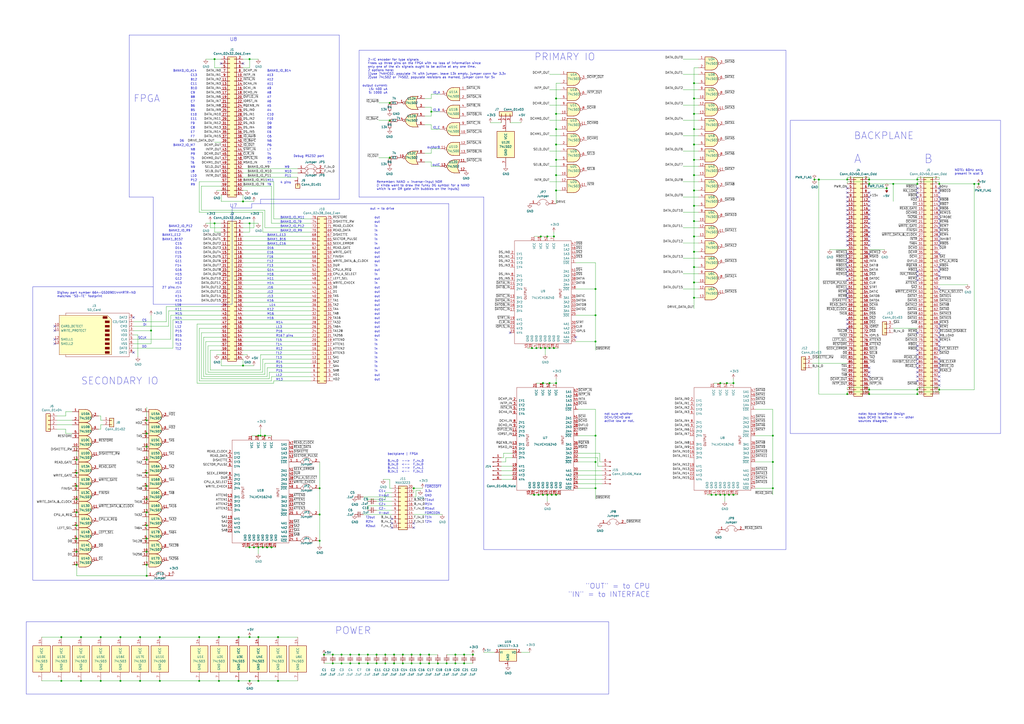
<source format=kicad_sch>
(kicad_sch (version 20230121) (generator eeschema)
  (paper "A2")
  (junction (at 532.13 104.14))
  (junction (at 402.59 110.49))
  (junction (at 320.04 287.02))
  (junction (at 415.29 287.02))
  (junction (at 504.19 106.68))
  (junction (at 518.16 106.68))
  (junction (at 425.45 222.25))
  (junction (at 322.58 222.25))
  (junction (at 532.13 226.06))
  (junction (at 474.98 104.14))
  (junction (at 187.96 379.73))
  (junction (at 226.06 91.44))
  (junction (at 402.59 74.93))
  (junction (at 233.68 379.73))
  (junction (at 69.85 369.57))
  (junction (at 448.31 252.73))
  (junction (at 226.06 69.85))
  (junction (at 154.94 317.5))
  (junction (at 402.59 172.72))
  (junction (at 402.59 154.94))
  (junction (at 218.44 384.81))
  (junction (at 322.58 110.49))
  (junction (at 345.44 167.64))
  (junction (at 161.29 394.97))
  (junction (at 138.43 369.57))
  (junction (at 448.31 267.97))
  (junction (at 402.59 137.16))
  (junction (at 544.83 226.06))
  (junction (at 316.23 201.93))
  (junction (at 127 369.57))
  (junction (at 417.83 222.25))
  (junction (at 565.15 106.68))
  (junction (at 425.45 287.02))
  (junction (at 153.67 252.73))
  (junction (at 46.99 394.97))
  (junction (at 504.19 226.06))
  (junction (at 345.44 252.73))
  (junction (at 269.24 384.81))
  (junction (at 92.71 394.97))
  (junction (at 321.31 201.93))
  (junction (at 567.69 106.68))
  (junction (at 144.78 317.5))
  (junction (at 44.45 266.7))
  (junction (at 532.13 228.6))
  (junction (at 44.45 297.18))
  (junction (at 58.42 369.57))
  (junction (at 322.58 83.82))
  (junction (at 472.44 104.14))
  (junction (at 448.31 283.21))
  (junction (at 402.59 101.6))
  (junction (at 243.84 379.73))
  (junction (at 422.91 287.02))
  (junction (at 198.12 384.81))
  (junction (at 87.63 191.77))
  (junction (at 81.28 394.97))
  (junction (at 412.75 287.02))
  (junction (at 238.76 384.81))
  (junction (at 313.69 201.93))
  (junction (at 233.68 384.81))
  (junction (at 85.09 289.56))
  (junction (at 85.09 297.18))
  (junction (at 85.09 334.01))
  (junction (at 85.09 312.42))
  (junction (at 85.09 259.08))
  (junction (at 240.03 283.21))
  (junction (at 185.42 283.21))
  (junction (at 115.57 369.57))
  (junction (at 44.45 289.56))
  (junction (at 193.04 384.81))
  (junction (at 402.59 57.15))
  (junction (at 322.58 92.71))
  (junction (at 58.42 394.97))
  (junction (at 345.44 283.21))
  (junction (at 402.59 83.82))
  (junction (at 85.09 266.7))
  (junction (at 151.13 252.73))
  (junction (at 85.09 304.8))
  (junction (at 85.09 251.46))
  (junction (at 213.36 384.81))
  (junction (at 417.83 287.02))
  (junction (at 85.09 281.94))
  (junction (at 140.97 212.09))
  (junction (at 317.5 287.02))
  (junction (at 218.44 379.73))
  (junction (at 228.6 379.73))
  (junction (at 345.44 267.97))
  (junction (at 35.56 394.97))
  (junction (at 322.58 66.04))
  (junction (at 514.35 109.22))
  (junction (at 46.99 369.57))
  (junction (at 314.96 222.25))
  (junction (at 322.58 74.93))
  (junction (at 318.77 201.93))
  (junction (at 81.28 369.57))
  (junction (at 243.84 384.81))
  (junction (at 311.15 201.93))
  (junction (at 127 394.97))
  (junction (at 402.59 146.05))
  (junction (at 115.57 394.97))
  (junction (at 124.46 34.29))
  (junction (at 44.45 327.66))
  (junction (at 44.45 320.04))
  (junction (at 250.19 64.77))
  (junction (at 402.59 48.26))
  (junction (at 491.49 104.14))
  (junction (at 149.86 252.73))
  (junction (at 144.78 129.54))
  (junction (at 402.59 92.71))
  (junction (at 248.92 384.81))
  (junction (at 44.45 304.8))
  (junction (at 140.97 116.84))
  (junction (at 185.42 298.45))
  (junction (at 254 384.81))
  (junction (at 228.6 384.81))
  (junction (at 322.58 57.15))
  (junction (at 238.76 379.73))
  (junction (at 44.45 281.94))
  (junction (at 313.69 137.16))
  (junction (at 264.16 379.73))
  (junction (at 504.19 228.6))
  (junction (at 491.49 228.6))
  (junction (at 149.86 369.57))
  (junction (at 226.06 59.69))
  (junction (at 544.83 106.68))
  (junction (at 144.78 34.29))
  (junction (at 312.42 287.02))
  (junction (at 402.59 163.83))
  (junction (at 185.42 313.69))
  (junction (at 504.19 104.14))
  (junction (at 223.52 379.73))
  (junction (at 44.45 274.32))
  (junction (at 345.44 182.88))
  (junction (at 157.48 317.5))
  (junction (at 269.24 379.73))
  (junction (at 402.59 128.27))
  (junction (at 420.37 287.02))
  (junction (at 308.61 201.93))
  (junction (at 532.13 106.68))
  (junction (at 198.12 379.73))
  (junction (at 149.86 317.5))
  (junction (at 149.86 394.97))
  (junction (at 85.09 320.04))
  (junction (at 309.88 287.02))
  (junction (at 402.59 119.38))
  (junction (at 138.43 394.97))
  (junction (at 208.28 379.73))
  (junction (at 321.31 137.16))
  (junction (at 203.2 384.81))
  (junction (at 85.09 327.66))
  (junction (at 85.09 243.84))
  (junction (at 421.64 222.25))
  (junction (at 69.85 394.97))
  (junction (at 317.5 137.16))
  (junction (at 402.59 66.04))
  (junction (at 322.58 287.02))
  (junction (at 92.71 369.57))
  (junction (at 85.09 274.32))
  (junction (at 264.16 384.81))
  (junction (at 318.77 222.25))
  (junction (at 147.32 317.5))
  (junction (at 44.45 312.42))
  (junction (at 314.96 287.02))
  (junction (at 345.44 198.12))
  (junction (at 144.78 394.97))
  (junction (at 322.58 101.6))
  (junction (at 274.32 379.73))
  (junction (at 203.2 379.73))
  (junction (at 144.78 369.57))
  (junction (at 259.08 384.81))
  (junction (at 213.36 379.73))
  (junction (at 124.46 129.54))
  (junction (at 35.56 369.57))
  (junction (at 193.04 379.73))
  (junction (at 248.92 379.73))
  (junction (at 152.4 317.5))
  (junction (at 161.29 369.57))
  (junction (at 223.52 384.81))
  (junction (at 208.28 384.81))
  (no_connect (at 532.13 162.56))
  (no_connect (at 544.83 215.9))
  (no_connect (at 227.33 300.99))
  (no_connect (at 544.83 109.22))
  (no_connect (at 504.19 137.16))
  (no_connect (at 544.83 198.12))
  (no_connect (at 544.83 200.66))
  (no_connect (at 491.49 129.54))
  (no_connect (at 240.03 303.53))
  (no_connect (at 504.19 147.32))
  (no_connect (at 532.13 205.74))
  (no_connect (at 544.83 119.38))
  (no_connect (at 504.19 218.44))
  (no_connect (at 532.13 200.66))
  (no_connect (at 544.83 213.36))
  (no_connect (at 491.49 137.16))
  (no_connect (at 532.13 109.22))
  (no_connect (at 544.83 111.76))
  (no_connect (at 544.83 132.08))
  (no_connect (at 532.13 111.76))
  (no_connect (at 544.83 121.92))
  (no_connect (at 31.75 189.23))
  (no_connect (at 532.13 218.44))
  (no_connect (at 532.13 208.28))
  (no_connect (at 491.49 147.32))
  (no_connect (at 544.83 223.52))
  (no_connect (at 532.13 210.82))
  (no_connect (at 334.01 195.58))
  (no_connect (at 491.49 132.08))
  (no_connect (at 504.19 127))
  (no_connect (at 504.19 132.08))
  (no_connect (at 544.83 142.24))
  (no_connect (at 544.83 147.32))
  (no_connect (at 504.19 124.46))
  (no_connect (at 544.83 190.5))
  (no_connect (at 504.19 134.62))
  (no_connect (at 491.49 167.64))
  (no_connect (at 491.49 149.86))
  (no_connect (at 544.83 116.84))
  (no_connect (at 295.91 193.04))
  (no_connect (at 491.49 152.4))
  (no_connect (at 140.97 36.83))
  (no_connect (at 544.83 218.44))
  (no_connect (at 504.19 119.38))
  (no_connect (at 544.83 114.3))
  (no_connect (at 504.19 111.76))
  (no_connect (at 532.13 220.98))
  (no_connect (at 227.33 306.07))
  (no_connect (at 544.83 134.62))
  (no_connect (at 491.49 160.02))
  (no_connect (at 544.83 203.2))
  (no_connect (at 491.49 109.22))
  (no_connect (at 544.83 193.04))
  (no_connect (at 532.13 160.02))
  (no_connect (at 491.49 124.46))
  (no_connect (at 504.19 142.24))
  (no_connect (at 544.83 139.7))
  (no_connect (at 544.83 154.94))
  (no_connect (at 31.75 191.77))
  (no_connect (at 491.49 154.94))
  (no_connect (at 491.49 119.38))
  (no_connect (at 504.19 213.36))
  (no_connect (at 491.49 111.76))
  (no_connect (at 491.49 142.24))
  (no_connect (at 544.83 127))
  (no_connect (at 544.83 187.96))
  (no_connect (at 532.13 213.36))
  (no_connect (at 544.83 129.54))
  (no_connect (at 491.49 121.92))
  (no_connect (at 31.75 196.85))
  (no_connect (at 544.83 167.64))
  (no_connect (at 128.27 36.83))
  (no_connect (at 491.49 139.7))
  (no_connect (at 504.19 129.54))
  (no_connect (at 544.83 208.28))
  (no_connect (at 31.75 199.39))
  (no_connect (at 544.83 157.48))
  (no_connect (at 491.49 185.42))
  (no_connect (at 491.49 162.56))
  (no_connect (at 544.83 220.98))
  (no_connect (at 532.13 157.48))
  (no_connect (at 544.83 137.16))
  (no_connect (at 544.83 124.46))
  (no_connect (at 544.83 160.02))
  (no_connect (at 504.19 116.84))
  (no_connect (at 227.33 303.53))
  (no_connect (at 491.49 134.62))
  (no_connect (at 532.13 193.04))
  (no_connect (at 491.49 114.3))
  (no_connect (at 504.19 215.9))
  (no_connect (at 544.83 210.82))
  (no_connect (at 240.03 306.07))
  (no_connect (at 532.13 215.9))
  (no_connect (at 504.19 139.7))
  (no_connect (at 544.83 195.58))
  (no_connect (at 491.49 157.48))
  (no_connect (at 491.49 170.18))
  (no_connect (at 77.47 184.15))
  (no_connect (at 532.13 114.3))
  (no_connect (at 491.49 172.72))
  (no_connect (at 491.49 187.96))
  (no_connect (at 532.13 203.2))
  (no_connect (at 77.47 204.47))
  (no_connect (at 491.49 116.84))
  (no_connect (at 504.19 114.3))
  (no_connect (at 491.49 190.5))
  (no_connect (at 491.49 127))
  (no_connect (at 504.19 121.92))
  (wire (pts (xy 127 394.97) (xy 115.57 394.97)))
  (polyline (pts (xy 146.05 120.65) (xy 146.05 118.11)))
  (wire (pts (xy 297.18 278.13) (xy 290.83 278.13)))
  (wire (pts (xy 504.19 105.41) (xy 491.49 105.41)))
  (wire (pts (xy 58.42 369.57) (xy 69.85 369.57)))
  (wire (pts (xy 152.4 208.28) (xy 180.34 208.28)))
  (wire (pts (xy 228.6 384.81) (xy 223.52 384.81)))
  (wire (pts (xy 402.59 154.94) (xy 405.13 154.94)))
  (wire (pts (xy 172.72 394.97) (xy 161.29 394.97)))
  (wire (pts (xy 128.27 208.28) (xy 128.27 212.09)))
  (wire (pts (xy 405.13 101.6) (xy 402.59 101.6)))
  (polyline (pts (xy 196.85 115.57) (xy 151.13 115.57)))
  (wire (pts (xy 504.19 144.78) (xy 513.08 144.78)))
  (wire (pts (xy 172.72 97.79) (xy 140.97 97.79)))
  (wire (pts (xy 140.97 175.26) (xy 180.34 175.26)))
  (wire (pts (xy 218.44 384.81) (xy 213.36 384.81)))
  (wire (pts (xy 193.04 384.81) (xy 187.96 384.81)))
  (wire (pts (xy 396.24 167.64) (xy 405.13 167.64)))
  (wire (pts (xy 218.44 290.83) (xy 227.33 290.83)))
  (wire (pts (xy 140.97 198.12) (xy 180.34 198.12)))
  (wire (pts (xy 140.97 162.56) (xy 180.34 162.56)))
  (wire (pts (xy 149.86 369.57) (xy 161.29 369.57)))
  (wire (pts (xy 438.15 237.49) (xy 448.31 237.49)))
  (wire (pts (xy 405.13 172.72) (xy 402.59 172.72)))
  (polyline (pts (xy 208.28 29.21) (xy 208.28 114.3)))
  (wire (pts (xy 402.59 48.26) (xy 402.59 57.15)))
  (polyline (pts (xy 19.05 166.37) (xy 19.05 336.55)))
  (wire (pts (xy 318.77 201.93) (xy 321.31 201.93)))
  (wire (pts (xy 346.71 265.43) (xy 335.28 265.43)))
  (wire (pts (xy 157.48 218.44) (xy 180.34 218.44)))
  (wire (pts (xy 208.28 384.81) (xy 203.2 384.81)))
  (wire (pts (xy 223.52 289.56) (xy 213.36 289.56)))
  (wire (pts (xy 448.31 283.21) (xy 448.31 287.02)))
  (wire (pts (xy 405.13 163.83) (xy 402.59 163.83)))
  (wire (pts (xy 318.77 43.18) (xy 325.12 43.18)))
  (wire (pts (xy 565.15 106.68) (xy 565.15 226.06)))
  (wire (pts (xy 402.59 137.16) (xy 402.59 146.05)))
  (wire (pts (xy 335.28 237.49) (xy 345.44 237.49)))
  (wire (pts (xy 322.58 57.15) (xy 325.12 57.15)))
  (wire (pts (xy 438.15 283.21) (xy 448.31 283.21)))
  (wire (pts (xy 417.83 287.02) (xy 420.37 287.02)))
  (wire (pts (xy 318.77 105.41) (xy 325.12 105.41)))
  (wire (pts (xy 240.03 298.45) (xy 256.54 298.45)))
  (polyline (pts (xy 580.39 251.46) (xy 580.39 69.85)))
  (wire (pts (xy 297.18 273.05) (xy 290.83 273.05)))
  (wire (pts (xy 151.13 252.73) (xy 153.67 252.73)))
  (wire (pts (xy 140.97 107.95) (xy 157.48 107.95)))
  (wire (pts (xy 226.06 278.13) (xy 222.25 278.13)))
  (wire (pts (xy 57.15 241.3) (xy 58.42 241.3)))
  (wire (pts (xy 313.69 137.16) (xy 309.88 137.16)))
  (wire (pts (xy 518.16 190.5) (xy 532.13 190.5)))
  (wire (pts (xy 250.19 96.52) (xy 250.19 93.98)))
  (wire (pts (xy 325.12 96.52) (xy 318.77 96.52)))
  (wire (pts (xy 425.45 219.71) (xy 425.45 222.25)))
  (wire (pts (xy 81.28 394.97) (xy 92.71 394.97)))
  (wire (pts (xy 96.52 177.8) (xy 128.27 177.8)))
  (wire (pts (xy 120.65 215.9) (xy 152.4 215.9)))
  (wire (pts (xy 152.4 134.62) (xy 180.34 134.62)))
  (wire (pts (xy 149.86 129.54) (xy 144.78 129.54)))
  (wire (pts (xy 44.45 334.01) (xy 85.09 334.01)))
  (wire (pts (xy 92.71 369.57) (xy 115.57 369.57)))
  (wire (pts (xy 334.01 182.88) (xy 345.44 182.88)))
  (wire (pts (xy 213.36 289.56) (xy 213.36 290.83)))
  (wire (pts (xy 85.09 304.8) (xy 82.55 304.8)))
  (wire (pts (xy 149.86 34.29) (xy 144.78 34.29)))
  (wire (pts (xy 245.11 283.21) (xy 240.03 283.21)))
  (wire (pts (xy 77.47 191.77) (xy 87.63 191.77)))
  (wire (pts (xy 325.12 60.96) (xy 318.77 60.96)))
  (wire (pts (xy 140.97 149.86) (xy 180.34 149.86)))
  (wire (pts (xy 149.86 317.5) (xy 149.86 321.31)))
  (wire (pts (xy 345.44 252.73) (xy 345.44 267.97)))
  (wire (pts (xy 325.12 92.71) (xy 322.58 92.71)))
  (polyline (pts (xy 455.93 318.77) (xy 455.93 29.21)))
  (wire (pts (xy 140.97 195.58) (xy 180.34 195.58)))
  (wire (pts (xy 318.77 52.07) (xy 325.12 52.07)))
  (wire (pts (xy 35.56 369.57) (xy 46.99 369.57)))
  (wire (pts (xy 448.31 252.73) (xy 448.31 267.97)))
  (polyline (pts (xy 15.24 402.59) (xy 353.06 402.59)))
  (wire (pts (xy 128.27 34.29) (xy 124.46 34.29)))
  (wire (pts (xy 250.19 64.77) (xy 250.19 67.31)))
  (wire (pts (xy 532.13 102.87) (xy 532.13 104.14)))
  (wire (pts (xy 140.97 200.66) (xy 180.34 200.66)))
  (wire (pts (xy 140.97 170.18) (xy 180.34 170.18)))
  (wire (pts (xy 396.24 105.41) (xy 405.13 105.41)))
  (wire (pts (xy 491.49 144.78) (xy 481.33 144.78)))
  (wire (pts (xy 156.21 215.9) (xy 156.21 219.71)))
  (wire (pts (xy 345.44 182.88) (xy 345.44 198.12)))
  (polyline (pts (xy 280.67 114.3) (xy 280.67 318.77)))
  (wire (pts (xy 448.31 237.49) (xy 448.31 252.73)))
  (wire (pts (xy 335.28 252.73) (xy 345.44 252.73)))
  (wire (pts (xy 322.58 74.93) (xy 325.12 74.93)))
  (wire (pts (xy 85.09 251.46) (xy 82.55 251.46)))
  (wire (pts (xy 290.83 270.51) (xy 297.18 270.51)))
  (wire (pts (xy 114.3 187.96) (xy 128.27 187.96)))
  (polyline (pts (xy 88.9 176.53) (xy 134.62 176.53)))
  (wire (pts (xy 140.97 137.16) (xy 180.34 137.16)))
  (wire (pts (xy 114.3 222.25) (xy 114.3 187.96)))
  (wire (pts (xy 280.67 378.46) (xy 287.02 378.46)))
  (wire (pts (xy 238.76 379.73) (xy 243.84 379.73)))
  (wire (pts (xy 85.09 266.7) (xy 82.55 266.7)))
  (wire (pts (xy 152.4 317.5) (xy 154.94 317.5)))
  (wire (pts (xy 322.58 222.25) (xy 318.77 222.25)))
  (wire (pts (xy 491.49 228.6) (xy 491.49 227.33)))
  (wire (pts (xy 96.52 186.69) (xy 96.52 177.8)))
  (wire (pts (xy 318.77 222.25) (xy 314.96 222.25)))
  (wire (pts (xy 81.28 394.97) (xy 69.85 394.97)))
  (wire (pts (xy 402.59 39.37) (xy 402.59 48.26)))
  (wire (pts (xy 292.1 262.89) (xy 297.18 262.89)))
  (wire (pts (xy 121.92 128.27) (xy 121.92 132.08)))
  (wire (pts (xy 402.59 92.71) (xy 402.59 101.6)))
  (wire (pts (xy 241.3 288.29) (xy 240.03 288.29)))
  (wire (pts (xy 396.24 96.52) (xy 405.13 96.52)))
  (wire (pts (xy 140.97 157.48) (xy 180.34 157.48)))
  (wire (pts (xy 491.49 224.79) (xy 491.49 226.06)))
  (wire (pts (xy 85.09 289.56) (xy 82.55 289.56)))
  (polyline (pts (xy 134.62 176.53) (xy 134.62 120.65)))
  (wire (pts (xy 544.83 224.79) (xy 544.83 226.06)))
  (wire (pts (xy 313.69 201.93) (xy 316.23 201.93)))
  (wire (pts (xy 250.19 57.15) (xy 246.38 57.15)))
  (wire (pts (xy 153.67 217.17) (xy 119.38 217.17)))
  (wire (pts (xy 44.45 266.7) (xy 44.45 274.32)))
  (wire (pts (xy 402.59 146.05) (xy 405.13 146.05)))
  (wire (pts (xy 295.91 71.12) (xy 302.26 71.12)))
  (wire (pts (xy 405.13 110.49) (xy 402.59 110.49)))
  (wire (pts (xy 402.59 57.15) (xy 402.59 66.04)))
  (wire (pts (xy 185.42 283.21) (xy 185.42 298.45)))
  (wire (pts (xy 128.27 180.34) (xy 97.79 180.34)))
  (wire (pts (xy 213.36 293.37) (xy 227.33 293.37)))
  (wire (pts (xy 140.97 144.78) (xy 180.34 144.78)))
  (wire (pts (xy 38.1 248.92) (xy 38.1 251.46)))
  (wire (pts (xy 405.13 57.15) (xy 402.59 57.15)))
  (wire (pts (xy 227.33 295.91) (xy 218.44 295.91)))
  (wire (pts (xy 396.24 69.85) (xy 405.13 69.85)))
  (wire (pts (xy 334.01 198.12) (xy 345.44 198.12)))
  (wire (pts (xy 77.47 189.23) (xy 97.79 189.23)))
  (wire (pts (xy 128.27 107.95) (xy 116.84 107.95)))
  (wire (pts (xy 504.19 227.33) (xy 504.19 228.6)))
  (wire (pts (xy 402.59 154.94) (xy 402.59 163.83)))
  (wire (pts (xy 44.45 281.94) (xy 44.45 289.56)))
  (wire (pts (xy 255.27 96.52) (xy 250.19 96.52)))
  (wire (pts (xy 335.28 283.21) (xy 345.44 283.21)))
  (wire (pts (xy 335.28 278.13) (xy 349.25 278.13)))
  (wire (pts (xy 293.37 267.97) (xy 290.83 267.97)))
  (wire (pts (xy 405.13 137.16) (xy 402.59 137.16)))
  (wire (pts (xy 172.72 102.87) (xy 140.97 102.87)))
  (wire (pts (xy 121.92 214.63) (xy 151.13 214.63)))
  (wire (pts (xy 565.15 226.06) (xy 544.83 226.06)))
  (wire (pts (xy 124.46 134.62) (xy 128.27 134.62)))
  (wire (pts (xy 44.45 304.8) (xy 41.91 304.8)))
  (wire (pts (xy 284.48 71.12) (xy 290.83 71.12)))
  (wire (pts (xy 532.13 105.41) (xy 544.83 105.41)))
  (wire (pts (xy 44.45 327.66) (xy 41.91 327.66)))
  (wire (pts (xy 491.49 227.33) (xy 504.19 227.33)))
  (wire (pts (xy 318.77 78.74) (xy 325.12 78.74)))
  (wire (pts (xy 346.71 270.51) (xy 346.71 265.43)))
  (wire (pts (xy 128.27 110.49) (xy 125.73 110.49)))
  (wire (pts (xy 99.06 182.88) (xy 99.06 196.85)))
  (wire (pts (xy 311.15 201.93) (xy 313.69 201.93)))
  (polyline (pts (xy 208.28 114.3) (xy 280.67 114.3)))
  (wire (pts (xy 58.42 241.3) (xy 58.42 243.84)))
  (wire (pts (xy 138.43 394.97) (xy 127 394.97)))
  (wire (pts (xy 240.03 285.75) (xy 240.03 283.21)))
  (wire (pts (xy 325.12 87.63) (xy 318.77 87.63)))
  (wire (pts (xy 38.1 241.3) (xy 38.1 238.76)))
  (wire (pts (xy 44.45 289.56) (xy 44.45 297.18)))
  (wire (pts (xy 85.09 243.84) (xy 82.55 243.84)))
  (wire (pts (xy 213.36 379.73) (xy 218.44 379.73)))
  (wire (pts (xy 345.44 237.49) (xy 345.44 252.73)))
  (wire (pts (xy 405.13 92.71) (xy 402.59 92.71)))
  (wire (pts (xy 140.97 113.03) (xy 140.97 116.84)))
  (wire (pts (xy 115.57 190.5) (xy 115.57 220.98)))
  (wire (pts (xy 243.84 379.73) (xy 248.92 379.73)))
  (wire (pts (xy 38.1 238.76) (xy 41.91 238.76)))
  (wire (pts (xy 532.13 227.33) (xy 544.83 227.33)))
  (wire (pts (xy 140.97 205.74) (xy 143.51 205.74)))
  (wire (pts (xy 140.97 165.1) (xy 180.34 165.1)))
  (wire (pts (xy 317.5 287.02) (xy 320.04 287.02)))
  (wire (pts (xy 152.4 123.19) (xy 152.4 134.62)))
  (wire (pts (xy 396.24 52.07) (xy 405.13 52.07)))
  (wire (pts (xy 128.27 212.09) (xy 140.97 212.09)))
  (wire (pts (xy 402.59 163.83) (xy 402.59 172.72)))
  (wire (pts (xy 250.19 72.39) (xy 250.19 74.93)))
  (polyline (pts (xy 458.47 69.85) (xy 458.47 251.46)))
  (wire (pts (xy 210.82 288.29) (xy 227.33 288.29)))
  (wire (pts (xy 448.31 267.97) (xy 448.31 283.21)))
  (wire (pts (xy 140.97 167.64) (xy 180.34 167.64)))
  (wire (pts (xy 213.36 293.37) (xy 213.36 295.91)))
  (wire (pts (xy 85.09 289.56) (xy 85.09 297.18)))
  (wire (pts (xy 140.97 129.54) (xy 144.78 129.54)))
  (wire (pts (xy 87.63 199.39) (xy 87.63 191.77)))
  (wire (pts (xy 290.83 275.59) (xy 297.18 275.59)))
  (wire (pts (xy 250.19 72.39) (xy 246.38 72.39)))
  (wire (pts (xy 322.58 110.49) (xy 322.58 118.11)))
  (wire (pts (xy 322.58 83.82) (xy 325.12 83.82)))
  (wire (pts (xy 140.97 100.33) (xy 172.72 100.33)))
  (wire (pts (xy 158.75 220.98) (xy 158.75 222.25)))
  (wire (pts (xy 504.19 109.22) (xy 514.35 109.22)))
  (wire (pts (xy 85.09 274.32) (xy 85.09 281.94)))
  (wire (pts (xy 85.09 243.84) (xy 85.09 251.46)))
  (wire (pts (xy 320.04 287.02) (xy 322.58 287.02)))
  (wire (pts (xy 46.99 394.97) (xy 35.56 394.97)))
  (wire (pts (xy 140.97 152.4) (xy 180.34 152.4)))
  (wire (pts (xy 44.45 281.94) (xy 41.91 281.94)))
  (wire (pts (xy 118.11 218.44) (xy 154.94 218.44)))
  (wire (pts (xy 85.09 259.08) (xy 85.09 266.7)))
  (wire (pts (xy 402.59 146.05) (xy 402.59 154.94)))
  (wire (pts (xy 185.42 313.69) (xy 185.42 316.23)))
  (wire (pts (xy 44.45 327.66) (xy 44.45 334.01)))
  (wire (pts (xy 405.13 39.37) (xy 402.59 39.37)))
  (wire (pts (xy 322.58 219.71) (xy 322.58 222.25)))
  (wire (pts (xy 180.34 220.98) (xy 158.75 220.98)))
  (wire (pts (xy 128.27 116.84) (xy 140.97 116.84)))
  (polyline (pts (xy 88.9 114.3) (xy 88.9 176.53)))
  (wire (pts (xy 69.85 369.57) (xy 81.28 369.57)))
  (wire (pts (xy 46.99 369.57) (xy 58.42 369.57)))
  (wire (pts (xy 544.83 105.41) (xy 544.83 106.68)))
  (wire (pts (xy 334.01 167.64) (xy 345.44 167.64)))
  (wire (pts (xy 157.48 220.98) (xy 157.48 218.44)))
  (wire (pts (xy 115.57 105.41) (xy 115.57 123.19)))
  (wire (pts (xy 504.19 106.68) (xy 504.19 105.41)))
  (wire (pts (xy 85.09 320.04) (xy 82.55 320.04)))
  (polyline (pts (xy 15.24 360.68) (xy 15.24 402.59)))
  (wire (pts (xy 85.09 327.66) (xy 85.09 334.01)))
  (polyline (pts (xy 280.67 318.77) (xy 455.93 318.77)))
  (polyline (pts (xy 353.06 402.59) (xy 353.06 360.68)))
  (wire (pts (xy 412.75 287.02) (xy 415.29 287.02)))
  (wire (pts (xy 124.46 82.55) (xy 128.27 82.55)))
  (wire (pts (xy 396.24 140.97) (xy 405.13 140.97)))
  (wire (pts (xy 504.19 226.06) (xy 504.19 224.79)))
  (wire (pts (xy 125.73 205.74) (xy 128.27 205.74)))
  (wire (pts (xy 144.78 34.29) (xy 144.78 39.37)))
  (wire (pts (xy 322.58 48.26) (xy 322.58 57.15)))
  (wire (pts (xy 85.09 312.42) (xy 85.09 320.04)))
  (wire (pts (xy 154.94 213.36) (xy 180.34 213.36)))
  (wire (pts (xy 85.09 236.22) (xy 85.09 243.84)))
  (wire (pts (xy 140.97 105.41) (xy 158.75 105.41)))
  (wire (pts (xy 396.24 114.3) (xy 405.13 114.3)))
  (wire (pts (xy 119.38 198.12) (xy 128.27 198.12)))
  (wire (pts (xy 422.91 287.02) (xy 425.45 287.02)))
  (wire (pts (xy 187.96 379.73) (xy 193.04 379.73)))
  (polyline (pts (xy 88.9 166.37) (xy 19.05 166.37)))
  (wire (pts (xy 402.59 66.04) (xy 402.59 74.93)))
  (wire (pts (xy 565.15 106.68) (xy 567.69 106.68)))
  (wire (pts (xy 243.84 284.48) (xy 241.3 284.48)))
  (wire (pts (xy 208.28 379.73) (xy 213.36 379.73)))
  (wire (pts (xy 138.43 369.57) (xy 144.78 369.57)))
  (wire (pts (xy 317.5 137.16) (xy 313.69 137.16)))
  (wire (pts (xy 140.97 160.02) (xy 180.34 160.02)))
  (wire (pts (xy 226.06 59.69) (xy 219.71 59.69)))
  (wire (pts (xy 140.97 34.29) (xy 144.78 34.29)))
  (wire (pts (xy 269.24 384.81) (xy 274.32 384.81)))
  (wire (pts (xy 115.57 220.98) (xy 157.48 220.98)))
  (wire (pts (xy 402.59 101.6) (xy 402.59 110.49)))
  (wire (pts (xy 85.09 312.42) (xy 82.55 312.42)))
  (wire (pts (xy 228.6 379.73) (xy 233.68 379.73)))
  (wire (pts (xy 121.92 132.08) (xy 128.27 132.08)))
  (wire (pts (xy 203.2 384.81) (xy 198.12 384.81)))
  (wire (pts (xy 402.59 128.27) (xy 402.59 137.16)))
  (polyline (pts (xy 74.93 20.32) (xy 74.93 114.3)))
  (wire (pts (xy 259.08 379.73) (xy 264.16 379.73)))
  (wire (pts (xy 140.97 142.24) (xy 180.34 142.24)))
  (wire (pts (xy 402.59 110.49) (xy 402.59 119.38)))
  (wire (pts (xy 115.57 123.19) (xy 152.4 123.19)))
  (wire (pts (xy 405.13 119.38) (xy 402.59 119.38)))
  (wire (pts (xy 92.71 394.97) (xy 115.57 394.97)))
  (wire (pts (xy 124.46 39.37) (xy 128.27 39.37)))
  (wire (pts (xy 396.24 34.29) (xy 405.13 34.29)))
  (wire (pts (xy 144.78 317.5) (xy 147.32 317.5)))
  (wire (pts (xy 77.47 196.85) (xy 99.06 196.85)))
  (wire (pts (xy 264.16 379.73) (xy 269.24 379.73)))
  (wire (pts (xy 302.26 378.46) (xy 307.34 378.46)))
  (wire (pts (xy 223.52 379.73) (xy 228.6 379.73)))
  (wire (pts (xy 85.09 320.04) (xy 85.09 327.66)))
  (wire (pts (xy 322.58 101.6) (xy 322.58 110.49)))
  (wire (pts (xy 396.24 78.74) (xy 405.13 78.74)))
  (wire (pts (xy 140.97 172.72) (xy 180.34 172.72)))
  (wire (pts (xy 44.45 297.18) (xy 44.45 304.8)))
  (wire (pts (xy 140.97 185.42) (xy 180.34 185.42)))
  (wire (pts (xy 77.47 201.93) (xy 100.33 201.93)))
  (polyline (pts (xy 74.93 114.3) (xy 88.9 114.3)))
  (wire (pts (xy 292.1 265.43) (xy 292.1 262.89)))
  (polyline (pts (xy 146.05 118.11) (xy 260.35 118.11)))
  (wire (pts (xy 314.96 222.25) (xy 311.15 222.25)))
  (wire (pts (xy 121.92 203.2) (xy 121.92 214.63)))
  (wire (pts (xy 180.34 210.82) (xy 153.67 210.82)))
  (wire (pts (xy 504.19 104.14) (xy 504.19 102.87)))
  (wire (pts (xy 254 384.81) (xy 259.08 384.81)))
  (wire (pts (xy 248.92 384.81) (xy 243.84 384.81)))
  (wire (pts (xy 140.97 208.28) (xy 140.97 212.09)))
  (wire (pts (xy 33.02 243.84) (xy 41.91 243.84)))
  (wire (pts (xy 322.58 57.15) (xy 322.58 66.04)))
  (wire (pts (xy 312.42 287.02) (xy 314.96 287.02)))
  (wire (pts (xy 44.45 266.7) (xy 41.91 266.7)))
  (wire (pts (xy 349.25 275.59) (xy 335.28 275.59)))
  (wire (pts (xy 410.21 287.02) (xy 412.75 287.02)))
  (wire (pts (xy 128.27 195.58) (xy 118.11 195.58)))
  (wire (pts (xy 402.59 74.93) (xy 402.59 83.82)))
  (wire (pts (xy 314.96 287.02) (xy 317.5 287.02)))
  (wire (pts (xy 128.27 182.88) (xy 99.06 182.88)))
  (wire (pts (xy 147.32 132.08) (xy 147.32 128.27)))
  (wire (pts (xy 161.29 394.97) (xy 149.86 394.97)))
  (wire (pts (xy 85.09 327.66) (xy 82.55 327.66)))
  (wire (pts (xy 158.75 222.25) (xy 114.3 222.25)))
  (wire (pts (xy 504.19 104.14) (xy 532.13 104.14)))
  (wire (pts (xy 144.78 369.57) (xy 149.86 369.57)))
  (wire (pts (xy 85.09 259.08) (xy 82.55 259.08)))
  (wire (pts (xy 474.98 104.14) (xy 474.98 228.6)))
  (wire (pts (xy 226.06 91.44) (xy 219.71 91.44)))
  (wire (pts (xy 544.83 102.87) (xy 532.13 102.87)))
  (wire (pts (xy 396.24 43.18) (xy 405.13 43.18)))
  (wire (pts (xy 151.13 248.92) (xy 151.13 252.73)))
  (wire (pts (xy 420.37 287.02) (xy 422.91 287.02)))
  (wire (pts (xy 317.5 287.02) (xy 317.5 290.83)))
  (wire (pts (xy 85.09 281.94) (xy 85.09 289.56)))
  (wire (pts (xy 335.28 273.05) (xy 349.25 273.05)))
  (wire (pts (xy 180.34 215.9) (xy 156.21 215.9)))
  (wire (pts (xy 402.59 83.82) (xy 402.59 92.71)))
  (wire (pts (xy 58.42 394.97) (xy 46.99 394.97)))
  (wire (pts (xy 128.27 190.5) (xy 115.57 190.5)))
  (wire (pts (xy 140.97 180.34) (xy 180.34 180.34)))
  (wire (pts (xy 147.32 317.5) (xy 149.86 317.5)))
  (wire (pts (xy 58.42 248.92) (xy 57.15 248.92)))
  (wire (pts (xy 213.36 384.81) (xy 208.28 384.81)))
  (wire (pts (xy 474.98 104.14) (xy 491.49 104.14)))
  (wire (pts (xy 119.38 217.17) (xy 119.38 198.12)))
  (wire (pts (xy 77.47 186.69) (xy 96.52 186.69)))
  (wire (pts (xy 144.78 134.62) (xy 140.97 134.62)))
  (wire (pts (xy 185.42 267.97) (xy 185.42 283.21)))
  (wire (pts (xy 425.45 222.25) (xy 421.64 222.25)))
  (wire (pts (xy 153.67 252.73) (xy 157.48 252.73)))
  (wire (pts (xy 345.44 283.21) (xy 345.44 289.56)))
  (wire (pts (xy 264.16 384.81) (xy 269.24 384.81)))
  (wire (pts (xy 255.27 74.93) (xy 250.19 74.93)))
  (wire (pts (xy 396.24 158.75) (xy 405.13 158.75)))
  (wire (pts (xy 140.97 116.84) (xy 147.32 116.84)))
  (wire (pts (xy 255.27 86.36) (xy 250.19 86.36)))
  (wire (pts (xy 269.24 379.73) (xy 274.32 379.73)))
  (wire (pts (xy 33.02 248.92) (xy 38.1 248.92)))
  (wire (pts (xy 140.97 132.08) (xy 147.32 132.08)))
  (wire (pts (xy 149.86 394.97) (xy 144.78 394.97)))
  (wire (pts (xy 233.68 384.81) (xy 228.6 384.81)))
  (wire (pts (xy 308.61 201.93) (xy 311.15 201.93)))
  (polyline (pts (xy 151.13 115.57) (xy 151.13 118.11)))
  (polyline (pts (xy 458.47 251.46) (xy 580.39 251.46)))
  (wire (pts (xy 140.97 193.04) (xy 180.34 193.04)))
  (wire (pts (xy 127 369.57) (xy 138.43 369.57)))
  (wire (pts (xy 140.97 147.32) (xy 180.34 147.32)))
  (wire (pts (xy 238.76 384.81) (xy 233.68 384.81)))
  (wire (pts (xy 420.37 287.02) (xy 420.37 290.83)))
  (polyline (pts (xy 134.62 120.65) (xy 146.05 120.65)))
  (polyline (pts (xy 580.39 69.85) (xy 458.47 69.85)))
  (wire (pts (xy 193.04 379.73) (xy 198.12 379.73)))
  (wire (pts (xy 118.11 195.58) (xy 118.11 218.44)))
  (wire (pts (xy 128.27 203.2) (xy 121.92 203.2)))
  (wire (pts (xy 226.06 69.85) (xy 219.71 69.85)))
  (wire (pts (xy 345.44 267.97) (xy 345.44 283.21)))
  (polyline (pts (xy 353.06 360.68) (xy 15.24 360.68)))
  (polyline (pts (xy 208.28 29.21) (xy 455.93 29.21)))
  (wire (pts (xy 116.84 219.71) (xy 116.84 193.04)))
  (wire (pts (xy 223.52 285.75) (xy 223.52 289.56)))
  (wire (pts (xy 421.64 222.25) (xy 417.83 222.25)))
  (wire (pts (xy 532.13 226.06) (xy 532.13 224.79)))
  (wire (pts (xy 116.84 193.04) (xy 128.27 193.04)))
  (wire (pts (xy 250.19 67.31) (xy 246.38 67.31)))
  (wire (pts (xy 85.09 251.46) (xy 85.09 259.08)))
  (wire (pts (xy 405.13 48.26) (xy 402.59 48.26)))
  (wire (pts (xy 143.51 110.49) (xy 140.97 110.49)))
  (wire (pts (xy 85.09 281.94) (xy 82.55 281.94)))
  (wire (pts (xy 241.3 284.48) (xy 241.3 288.29)))
  (wire (pts (xy 472.44 104.14) (xy 474.98 104.14)))
  (wire (pts (xy 504.19 102.87) (xy 491.49 102.87)))
  (wire (pts (xy 544.83 227.33) (xy 544.83 228.6)))
  (wire (pts (xy 119.38 34.29) (xy 124.46 34.29)))
  (wire (pts (xy 402.59 172.72) (xy 402.59 179.07)))
  (wire (pts (xy 161.29 369.57) (xy 172.72 369.57)))
  (wire (pts (xy 87.63 191.77) (xy 87.63 182.88)))
  (wire (pts (xy 293.37 265.43) (xy 293.37 267.97)))
  (wire (pts (xy 415.29 287.02) (xy 417.83 287.02)))
  (wire (pts (xy 85.09 274.32) (xy 82.55 274.32)))
  (wire (pts (xy 156.21 219.71) (xy 116.84 219.71)))
  (wire (pts (xy 77.47 199.39) (xy 87.63 199.39)))
  (wire (pts (xy 471.17 210.82) (xy 491.49 210.82)))
  (polyline (pts (xy 260.35 336.55) (xy 19.05 336.55)))
  (wire (pts (xy 345.44 152.4) (xy 345.44 167.64)))
  (wire (pts (xy 151.13 205.74) (xy 180.34 205.74)))
  (wire (pts (xy 335.28 267.97) (xy 345.44 267.97)))
  (wire (pts (xy 347.98 262.89) (xy 347.98 267.97)))
  (wire (pts (xy 149.86 317.5) (xy 152.4 317.5)))
  (wire (pts (xy 80.01 194.31) (xy 80.01 207.01)))
  (wire (pts (xy 322.58 66.04) (xy 322.58 74.93)))
  (wire (pts (xy 349.25 270.51) (xy 346.71 270.51)))
  (wire (pts (xy 24.13 369.57) (xy 35.56 369.57)))
  (wire (pts (xy 185.42 298.45) (xy 185.42 313.69)))
  (wire (pts (xy 250.19 93.98) (xy 246.38 93.98)))
  (wire (pts (xy 491.49 102.87) (xy 491.49 104.14)))
  (wire (pts (xy 44.45 320.04) (xy 44.45 327.66)))
  (wire (pts (xy 203.2 379.73) (xy 208.28 379.73)))
  (wire (pts (xy 504.19 224.79) (xy 491.49 224.79)))
  (wire (pts (xy 69.85 394.97) (xy 58.42 394.97)))
  (wire (pts (xy 417.83 222.25) (xy 414.02 222.25)))
  (wire (pts (xy 532.13 224.79) (xy 544.83 224.79)))
  (wire (pts (xy 44.45 274.32) (xy 41.91 274.32)))
  (wire (pts (xy 33.02 241.3) (xy 38.1 241.3)))
  (wire (pts (xy 255.27 64.77) (xy 250.19 64.77)))
  (wire (pts (xy 44.45 320.04) (xy 41.91 320.04)))
  (wire (pts (xy 335.28 262.89) (xy 347.98 262.89)))
  (wire (pts (xy 396.24 132.08) (xy 405.13 132.08)))
  (wire (pts (xy 223.52 384.81) (xy 218.44 384.81)))
  (wire (pts (xy 518.16 106.68) (xy 518.16 116.84)))
  (wire (pts (xy 316.23 201.93) (xy 318.77 201.93)))
  (wire (pts (xy 227.33 283.21) (xy 226.06 283.21)))
  (wire (pts (xy 115.57 369.57) (xy 127 369.57)))
  (wire (pts (xy 33.02 246.38) (xy 41.91 246.38)))
  (wire (pts (xy 325.12 110.49) (xy 322.58 110.49)))
  (wire (pts (xy 124.46 34.29) (xy 124.46 39.37)))
  (wire (pts (xy 321.31 137.16) (xy 317.5 137.16)))
  (wire (pts (xy 140.97 182.88) (xy 180.34 182.88)))
  (wire (pts (xy 144.78 129.54) (xy 144.78 134.62)))
  (wire (pts (xy 325.12 101.6) (xy 322.58 101.6)))
  (wire (pts (xy 248.92 379.73) (xy 254 379.73)))
  (wire (pts (xy 532.13 106.68) (xy 532.13 105.41)))
  (wire (pts (xy 309.88 287.02) (xy 312.42 287.02)))
  (wire (pts (xy 290.83 265.43) (xy 292.1 265.43)))
  (wire (pts (xy 227.33 298.45) (xy 210.82 298.45)))
  (wire (pts (xy 504.19 106.68) (xy 518.16 106.68)))
  (wire (pts (xy 254 384.81) (xy 248.92 384.81)))
  (wire (pts (xy 402.59 119.38) (xy 402.59 128.27)))
  (wire (pts (xy 142.24 317.5) (xy 144.78 317.5)))
  (wire (pts (xy 140.97 139.7) (xy 180.34 139.7)))
  (wire (pts (xy 259.08 384.81) (xy 264.16 384.81)))
  (wire (pts (xy 325.12 48.26) (xy 322.58 48.26)))
  (wire (pts (xy 97.79 180.34) (xy 97.79 189.23)))
  (wire (pts (xy 151.13 214.63) (xy 151.13 205.74)))
  (wire (pts (xy 322.58 66.04) (xy 325.12 66.04)))
  (wire (pts (xy 59.69 246.38) (xy 58.42 246.38)))
  (wire (pts (xy 255.27 54.61) (xy 250.19 54.61)))
  (wire (pts (xy 396.24 87.63) (xy 405.13 87.63)))
  (wire (pts (xy 140.97 177.8) (xy 180.34 177.8)))
  (wire (pts (xy 157.48 107.95) (xy 157.48 129.54)))
  (wire (pts (xy 77.47 194.31) (xy 80.01 194.31)))
  (wire (pts (xy 58.42 246.38) (xy 58.42 248.92)))
  (wire (pts (xy 44.45 312.42) (xy 41.91 312.42)))
  (wire (pts (xy 345.44 167.64) (xy 345.44 182.88)))
  (polyline (pts (xy 260.35 118.11) (xy 260.35 336.55)))
  (wire (pts (xy 44.45 274.32) (xy 44.45 281.94)))
  (wire (pts (xy 158.75 105.41) (xy 158.75 127)))
  (wire (pts (xy 306.07 201.93) (xy 308.61 201.93)))
  (wire (pts (xy 44.45 259.08) (xy 44.45 266.7)))
  (wire (pts (xy 491.49 105.41) (xy 491.49 106.68)))
  (wire (pts (xy 153.67 121.92) (xy 153.67 132.08)))
  (wire (pts (xy 153.67 132.08) (xy 180.34 132.08)))
  (wire (pts (xy 438.15 252.73) (xy 448.31 252.73)))
  (wire (pts (xy 544.83 165.1) (xy 561.34 165.1)))
  (polyline (pts (xy 74.93 20.32) (xy 196.85 20.32)))
  (wire (pts (xy 85.09 266.7) (xy 85.09 274.32)))
  (wire (pts (xy 151.13 252.73) (xy 149.86 252.73)))
  (wire (pts (xy 544.83 106.68) (xy 565.15 106.68)))
  (wire (pts (xy 438.15 267.97) (xy 448.31 267.97)))
  (wire (pts (xy 44.45 304.8) (xy 44.45 312.42)))
  (wire (pts (xy 318.77 69.85) (xy 325.12 69.85)))
  (wire (pts (xy 140.97 190.5) (xy 180.34 190.5)))
  (wire (pts (xy 44.45 297.18) (xy 41.91 297.18)))
  (wire (pts (xy 405.13 83.82) (xy 402.59 83.82)))
  (wire (pts (xy 396.24 123.19) (xy 405.13 123.19)))
  (wire (pts (xy 140.97 154.94) (xy 180.34 154.94)))
  (wire (pts (xy 233.68 379.73) (xy 238.76 379.73)))
  (wire (pts (xy 100.33 185.42) (xy 100.33 201.93)))
  (wire (pts (xy 321.31 201.93) (xy 323.85 201.93)))
  (wire (pts (xy 198.12 384.81) (xy 193.04 384.81)))
  (wire (pts (xy 157.48 317.5) (xy 160.02 317.5)))
  (wire (pts (xy 85.09 304.8) (xy 85.09 312.42)))
  (wire (pts (xy 316.23 201.93) (xy 316.23 205.74)))
  (wire (pts (xy 405.13 74.93) (xy 402.59 74.93)))
  (wire (pts (xy 322.58 74.93) (xy 322.58 83.82)))
  (wire (pts (xy 243.84 384.81) (xy 238.76 384.81)))
  (wire (pts (xy 349.25 280.67) (xy 335.28 280.67)))
  (wire (pts (xy 347.98 267.97) (xy 349.25 267.97)))
  (wire (pts (xy 140.97 203.2) (xy 180.34 203.2)))
  (wire (pts (xy 116.84 121.92) (xy 153.67 121.92)))
  (wire (pts (xy 227.33 285.75) (xy 223.52 285.75)))
  (wire (pts (xy 128.27 105.41) (xy 115.57 105.41)))
  (wire (pts (xy 85.09 297.18) (xy 85.09 304.8)))
  (wire (pts (xy 58.42 243.84) (xy 59.69 243.84)))
  (wire (pts (xy 198.12 379.73) (xy 203.2 379.73)))
  (wire (pts (xy 85.09 297.18) (xy 82.55 297.18)))
  (wire (pts (xy 128.27 129.54) (xy 124.46 129.54)))
  (wire (pts (xy 218.44 379.73) (xy 223.52 379.73)))
  (wire (pts (xy 120.65 200.66) (xy 120.65 215.9)))
  (wire (pts (xy 128.27 113.03) (xy 128.27 116.84)))
  (wire (pts (xy 345.44 198.12) (xy 345.44 203.2)))
  (wire (pts (xy 157.48 129.54) (xy 180.34 129.54)))
  (wire (pts (xy 297.18 265.43) (xy 293.37 265.43)))
  (wire (pts (xy 504.19 226.06) (xy 532.13 226.06)))
  (wire (pts (xy 504.19 228.6) (xy 532.13 228.6)))
  (wire (pts (xy 149.86 252.73) (xy 146.05 252.73)))
  (wire (pts (xy 226.06 283.21) (xy 226.06 278.13)))
  (wire (pts (xy 307.34 287.02) (xy 309.88 287.02)))
  (wire (pts (xy 128.27 185.42) (xy 100.33 185.42)))
  (wire (pts (xy 246.38 88.9) (xy 250.19 88.9)))
  (wire (pts (xy 544.83 104.14) (xy 544.83 102.87)))
  (wire (pts (xy 405.13 128.27) (xy 402.59 128.27)))
  (wire (pts (xy 321.31 134.62) (xy 321.31 137.16)))
  (wire (pts (xy 396.24 60.96) (xy 405.13 60.96)))
  (wire (pts (xy 119.38 129.54) (xy 124.46 129.54)))
  (wire (pts (xy 128.27 200.66) (xy 120.65 200.66)))
  (wire (pts (xy 81.28 369.57) (xy 92.71 369.57)))
  (wire (pts (xy 250.19 64.77) (xy 250.19 62.23)))
  (wire (pts (xy 334.01 152.4) (xy 345.44 152.4)))
  (wire (pts (xy 322.58 92.71) (xy 322.58 101.6)))
  (wire (pts (xy 250.19 88.9) (xy 250.19 86.36)))
  (wire (pts (xy 144.78 39.37) (xy 140.97 39.37)))
  (wire (pts (xy 144.78 394.97) (xy 138.43 394.97)))
  (wire (pts (xy 250.19 62.23) (xy 246.38 62.23)))
  (wire (pts (xy 44.45 259.08) (xy 41.91 259.08)))
  (wire (pts (xy 322.58 83.82) (xy 322.58 92.71)))
  (wire (pts (xy 38.1 251.46) (xy 41.91 251.46)))
  (wire (pts (xy 405.13 66.04) (xy 402.59 66.04)))
  (wire (pts (xy 140.97 187.96) (xy 180.34 187.96)))
  (wire (pts (xy 532.13 228.6) (xy 532.13 227.33)))
  (wire (pts (xy 124.46 129.54) (xy 124.46 134.62)))
  (wire (pts (xy 250.19 54.61) (xy 250.19 57.15)))
  (wire (pts (xy 44.45 312.42) (xy 44.45 320.04)))
  (polyline (pts (xy 196.85 20.32) (xy 196.85 115.57)))
  (wire (pts (xy 158.75 127) (xy 180.34 127)))
  (wire (pts (xy 153.67 210.82) (xy 153.67 217.17)))
  (wire (pts (xy 140.97 212.09) (xy 147.32 212.09)))
  (wire (pts (xy 322.58 287.02) (xy 325.12 287.02)))
  (wire (pts (xy 35.56 394.97) (xy 24.13 394.97)))
  (wire (pts (xy 116.84 107.95) (xy 116.84 121.92)))
  (wire (pts (xy 44.45 289.56) (xy 41.91 289.56)))
  (wire (pts (xy 152.4 215.9) (xy 152.4 208.28)))
  (wire (pts (xy 396.24 149.86) (xy 405.13 149.86)))
  (wire (pts (xy 425.45 287.02) (xy 427.99 287.02)))
  (wire (pts (xy 154.94 218.44) (xy 154.94 213.36)))
  (wire (pts (xy 518.16 106.68) (xy 532.13 106.68)))
  (wire (pts (xy 474.98 228.6) (xy 491.49 228.6)))
  (wire (pts (xy 154.94 317.5) (xy 157.48 317.5)))
  (text "2-IC encoder for type signals\nFrees up three pins on the FPGA with no loss of information since\nonly one of the six signals ought to be active at any one time.\n2 options here:\n1)use 74AHC02, populate 7K with jumper, leave 13k empty, jumper conn for 3.3v\n2)use 74LS02 or 74S02, populate resistors as marked, jumper conn for 5v" (at 213.36 45.72 0) (effects (font (size 1.27 1.27)) (justify left bottom)))
  (text "~{FORCEOFF}" (at 246.38 283.21 0) (effects (font (size 1.27 1.27)) (justify left bottom)))
  (text "T6" (at 110.49 95.25 0) (effects (font (size 1.27 1.27)) (justify left bottom)))
  (text "C8" (at 110.49 74.93 0) (effects (font (size 1.27 1.27)) (justify left bottom)))
  (text "T5" (at 110.49 92.71 0) (effects (font (size 1.27 1.27)) (justify left bottom)))
  (text "output current:\nLS: 400 uA\nS: 1000 uA" (at 224.79 54.61 0) (effects (font (size 1.27 1.27)) (justify right bottom)))
  (text "T4" (at 154.94 90.17 0) (effects (font (size 1.27 1.27)) (justify left bottom)))
  (text "SCLK" (at 85.09 196.85 0) (effects (font (size 1.27 1.27)) (justify right bottom)))
  (text "H14" (at 154.94 165.1 0) (effects (font (size 1.27 1.27)) (justify left bottom)))
  (text "SECONDARY IO" (at 46.99 223.52 0) (effects (font (size 4.0894 4.0894)) (justify left bottom)))
  (text "K14" (at 101.6 172.72 0) (effects (font (size 1.27 1.27)) (justify left bottom)))
  (text "P6" (at 154.94 85.09 0) (effects (font (size 1.27 1.27)) (justify left bottom)))
  (text "out" (at 217.17 129.54 0) (effects (font (size 1.27 1.27)) (justify left bottom)))
  (text "P15" (at 160.02 215.9 0) (effects (font (size 1.27 1.27)) (justify left bottom)))
  (text "M10" (at 165.1 100.33 0) (effects (font (size 1.27 1.27)) (justify left bottom)))
  (text "in" (at 217.17 200.66 0) (effects (font (size 1.27 1.27)) (justify left bottom)))
  (text "L8" (at 110.49 100.33 0) (effects (font (size 1.27 1.27)) (justify left bottom)))
  (text "7 pins" (at 163.83 195.58 0) (effects (font (size 1.27 1.27)) (justify left bottom)))
  (text "E11" (at 110.49 69.85 0) (effects (font (size 1.27 1.27)) (justify left bottom)))
  (text "T13" (at 101.6 200.66 0) (effects (font (size 1.27 1.27)) (justify left bottom)))
  (text "IO_B" (at 255.27 64.77 0) (effects (font (size 1.27 1.27)) (justify right bottom)))
  (text "T12" (at 160.02 205.74 0) (effects (font (size 1.27 1.27)) (justify left bottom)))
  (text "B_rx_0  -->  F_rx_0\nB_tx_0  <--  F_tx_0\nB_rx_1  -->  F_rx_1\nB_tx_1  <--  F_tx_1" (at 224.79 274.32 0) (effects (font (size 1.27 1.27)) (justify left bottom)))
  (text "out" (at 217.17 144.78 0) (effects (font (size 1.27 1.27)) (justify left bottom)))
  (text "27 pins" (at 93.98 167.64 0) (effects (font (size 1.27 1.27)) (justify left bottom)))
  (text "in" (at 217.17 154.94 0) (effects (font (size 1.27 1.27)) (justify left bottom)))
  (text "C15" (at 101.6 142.24 0) (effects (font (size 1.27 1.27)) (justify left bottom)))
  (text "BANK1_E13" (at 154.94 137.16 0) (effects (font (size 1.27 1.27)) (justify left bottom)))
  (text "H16" (at 154.94 185.42 0) (effects (font (size 1.27 1.27)) (justify left bottom)))
  (text "B" (at 535.94 95.25 0) (effects (font (size 5.0038 5.0038)) (justify left bottom)))
  (text "3.3v" (at 246.38 285.75 0) (effects (font (size 1.27 1.27)) (justify left bottom)))
  (text "C13" (at 110.49 44.45 0) (effects (font (size 1.27 1.27)) (justify left bottom)))
  (text "BANK2_IO_P12" (at 97.79 132.08 0) (effects (font (size 1.27 1.27)) (justify left bottom)))
  (text "FPGA" (at 77.47 59.69 0) (effects (font (size 4.0894 4.0894)) (justify left bottom)))
  (text "out" (at 217.17 182.88 0) (effects (font (size 1.27 1.27)) (justify left bottom)))
  (text "P12" (at 110.49 105.41 0) (effects (font (size 1.27 1.27)) (justify left bottom)))
  (text "BANK0_IO_T9" (at 162.56 129.54 0) (effects (font (size 1.27 1.27)) (justify left bottom)))
  (text "T7" (at 154.94 95.25 0) (effects (font (size 1.27 1.27)) (justify left bottom)))
  (text "out" (at 217.17 149.86 0) (effects (font (size 1.27 1.27)) (justify left bottom)))
  (text "T13" (at 160.02 208.28 0) (effects (font (size 1.27 1.27)) (justify left bottom)))
  (text "T1out" (at 246.38 290.83 0) (effects (font (size 1.27 1.27)) (justify left bottom)))
  (text "G12" (at 101.6 162.56 0) (effects (font (size 1.27 1.27)) (justify left bottom)))
  (text "B5" (at 110.49 64.77 0) (effects (font (size 1.27 1.27)) (justify left bottom)))
  (text "H15" (at 101.6 160.02 0) (effects (font (size 1.27 1.27)) (justify left bottom)))
  (text "M13" (at 101.6 187.96 0) (effects (font (size 1.27 1.27)) (justify left bottom)))
  (text "T15" (at 160.02 198.12 0) (effects (font (size 1.27 1.27)) (justify left bottom)))
  (text "E16" (at 154.94 147.32 0) (effects (font (size 1.27 1.27)) (justify left bottom)))
  (text "T9" (at 154.94 107.95 0) (effects (font (size 1.27 1.27)) (justify left bottom)))
  (text "in" (at 217.17 137.16 0) (effects (font (size 1.27 1.27)) (justify left bottom)))
  (text "K12" (at 154.94 180.34 0) (effects (font (size 1.27 1.27)) (justify left bottom)))
  (text "NOTE: 60Hz only \npresent in slot 3" (at 553.72 101.6 0) (effects (font (size 1.27 1.27)) (justify left bottom)))
  (text "\"OUT\" = to CPU\n\"IN\" = to INTERFACE" (at 377.19 346.71 0) (effects (font (size 2.9972 2.9972)) (justify right bottom)))
  (text "R14" (at 101.6 198.12 0) (effects (font (size 1.27 1.27)) (justify left bottom)))
  (text "in" (at 217.17 213.36 0) (effects (font (size 1.27 1.27)) (justify left bottom)))
  (text "out" (at 217.17 177.8 0) (effects (font (size 1.27 1.27)) (justify left bottom)))
  (text "out" (at 217.17 157.48 0) (effects (font (size 1.27 1.27)) (justify left bottom)))
  (text "L14" (at 156.21 177.8 0) (effects (font (size 1.27 1.27)) (justify left bottom)))
  (text "E7" (at 110.49 77.47 0) (effects (font (size 1.27 1.27)) (justify left bottom)))
  (text "in" (at 217.17 132.08 0) (effects (font (size 1.27 1.27)) (justify left bottom)))
  (text "J16" (at 154.94 167.64 0) (effects (font (size 1.27 1.27)) (justify left bottom)))
  (text "A7" (at 154.94 57.15 0) (effects (font (size 1.27 1.27)) (justify left bottom)))
  (text "M13" (at 160.02 220.98 0) (effects (font (size 1.27 1.27)) (justify left bottom)))
  (text "F15" (at 101.6 149.86 0) (effects (font (size 1.27 1.27)) (justify left bottom)))
  (text "DI" (at 85.09 189.23 0) (effects (font (size 1.27 1.27)) (justify right bottom)))
  (text "Remember: NAND = inverse-input NOR\n(I kinda want to draw the funky DG symbol for a NAND \nwhich is an OR gate with bubbles on the inputs)" (at 218.44 110.49 0) (effects (font (size 1.27 1.27)) (justify left bottom)))
  (text "BANK0_IO_A14" (at 100.33 41.91 0) (effects (font (size 1.27 1.27)) (justify left bottom)))
  (text "in" (at 217.17 215.9 0) (effects (font (size 1.27 1.27)) (justify left bottom)))
  (text "PRIMARY IO" (at 309.88 35.56 0) (effects (font (size 4.0894 4.0894)) (justify left bottom)))
  (text "POWER" (at 194.31 368.3 0) (effects (font (size 4.0894 4.0894)) (justify left bottom)))
  (text "H13" (at 101.6 165.1 0) (effects (font (size 1.27 1.27)) (justify left bottom)))
  (text "M16" (at 154.94 182.88 0) (effects (font (size 1.27 1.27)) (justify left bottom)))
  (text "T1in" (at 246.38 300.99 0) (effects (font (size 1.27 1.27)) (justify left bottom)))
  (text "F10" (at 154.94 69.85 0) (effects (font (size 1.27 1.27)) (justify left bottom)))
  (text "G11" (at 101.6 152.4 0) (effects (font (size 1.27 1.27)) (justify left bottom)))
  (text "out" (at 217.17 190.5 0) (effects (font (size 1.27 1.27)) (justify left bottom)))
  (text "A13" (at 154.94 44.45 0) (effects (font (size 1.27 1.27)) (justify left bottom)))
  (text "outC" (at 255.27 96.52 0) (effects (font (size 1.27 1.27)) (justify right bottom)))
  (text "in" (at 217.17 160.02 0) (effects (font (size 1.27 1.27)) (justify left bottom)))
  (text "out" (at 217.17 185.42 0) (effects (font (size 1.27 1.27)) (justify left bottom)))
  (text "D9" (at 154.94 72.39 0) (effects (font (size 1.27 1.27)) (justify left bottom)))
  (text "B8" (at 110.49 57.15 0) (effects (font (size 1.27 1.27)) (justify left bottom)))
  (text "E10" (at 110.49 67.31 0) (effects (font (size 1.27 1.27)) (justify left bottom)))
  (text "D16" (at 154.94 144.78 0) (effects (font (size 1.27 1.27)) (justify left bottom)))
  (text "C1-" (at 219.71 290.83 0) (effects (font (size 1.27 1.27)) (justify left bottom)))
  (text "R9" (at 110.49 107.95 0) (effects (font (size 1.27 1.27)) (justify left bottom)))
  (text "note: Nova Interface Design\nsays DCH0 is active lo -- other\nsources disagree." (at 497.84 245.11 0) (effects (font (size 1.27 1.27)) (justify left bottom)))
  (text "J12" (at 154.94 170.18 0) (effects (font (size 1.27 1.27)) (justify left bottom)))
  (text "J14" (at 101.6 167.64 0) (effects (font (size 1.27 1.27)) (justify left bottom)))
  (text "F7" (at 110.49 80.01 0) (effects (font (size 1.27 1.27)) (justify left bottom)))
  (text "T2in" (at 246.38 303.53 0) (effects (font (size 1.27 1.27)) (justify left bottom)))
  (text "L13" (at 160.02 190.5 0) (effects (font (size 1.27 1.27)) (justify left bottom)))
  (text "R15" (at 160.02 213.36 0) (effects (font (size 1.27 1.27)) (justify left bottom)))
  (text "IO_A" (at 255.27 54.61 0) (effects (font (size 1.27 1.27)) (justify right bottom)))
  (text "D8" (at 154.94 74.93 0) (effects (font (size 1.27 1.27)) (justify left bottom)))
  (text "K15" (at 101.6 175.26 0) (effects (font (size 1.27 1.27)) (justify left bottom)))
  (text "T12" (at 101.6 203.2 0) (effects (font (size 1.27 1.27)) (justify left bottom)))
  (text "D14" (at 101.6 144.78 0) (effects (font (size 1.27 1.27)) (justify left bottom)))
  (text "J13" (at 154.94 172.72 0) (effects (font (size 1.27 1.27)) (justify left bottom)))
  (text "P9" (at 110.49 90.17 0) (effects (font (size 1.27 1.27)) (justify left bottom)))
  (text "N8" (at 110.49 87.63 0) (effects (font (size 1.27 1.27)) (justify left bottom)))
  (text "B10" (at 110.49 52.07 0) (effects (font (size 1.27 1.27)) (justify left bottom)))
  (text "C6" (at 154.94 80.01 0) (effects (font (size 1.27 1.27)) (justify left bottom)))
  (text "D6" (at 104.14 82.55 0) (effects (font (size 1.27 1.27)) (justify left bottom)))
  (text "L12" (at 160.02 218.44 0) (effects (font (size 1.27 1.27)) (justify left bottom)))
  (text "in" (at 217.17 208.28 0) (effects (font (size 1.27 1.27)) (justify left bottom)))
  (text "out" (at 217.17 152.4 0) (effects (font (size 1.27 1.27)) (justify left bottom)))
  (text "M14" (at 160.02 187.96 0) (effects (font (size 1.27 1.27)) (justify left bottom)))
  (text "Digikey part number 664-GSD090144HRTR-ND\nmatches \"SD-TE\" footprint" (at 33.02 172.72 0) (effects (font (size 1.27 1.27)) (justify left bottom)))
  (text "out" (at 217.17 220.98 0) (effects (font (size 1.27 1.27)) (justify left bottom)))
  (text "C11" (at 110.49 49.53 0) (effects (font (size 1.27 1.27)) (justify left bottom)))
  (text "F9" (at 110.49 72.39 0) (effects (font (size 1.27 1.27)) (justify left bottom)))
  (text "backplane | FPGA" (at 224.79 264.16 0) (effects (font (size 1.27 1.27)) (justify left bottom)))
  (text "outAorB" (at 255.27 86.36 0) (effects (font (size 1.27 1.27)) (justify right bottom)))
  (text "out" (at 217.17 162.56 0) (effects (font (size 1.27 1.27)) (justify left bottom)))
  (text "L7" (at 154.94 87.63 0) (effects (font (size 1.27 1.27)) (justify left bottom)))
  (text "not sure whether \nDCHI/DCHO are \nactive low or not." (at 350.52 245.11 0) (effects (font (size 1.27 1.27)) (justify left bottom)))
  (text "A9" (at 154.94 52.07 0) (effects (font (size 1.27 1.27)) (justify left bottom)))
  (text "CS" (at 85.09 186.69 0) (effects (font (size 1.27 1.27)) (justify right bottom)))
  (text "H16" (at 154.94 160.02 0) (effects (font (size 1.27 1.27)) (justify left bottom)))
  (text "M11" (at 154.94 105.41 0) (effects (font (size 1.27 1.27)) (justify left bottom)))
  (text "H11" (at 154.94 162.56 0) (effects (font (size 1.27 1.27)) (justify left bottom)))
  (text "M9" (at 165.1 97.79 0) (effects (font (size 1.27 1.27)) (justify left bottom)))
  (text "R15" (at 101.6 195.58 0) (effects (font (size 1.27 1.27)) (justify left bottom)))
  (text "K16" (at 154.94 175.26 0) (effects (font (size 1.27 1.27)) (justify left bottom)))
  (text "4 pins" (at 162.56 106.68 0) (effects (font (size 1.27 1.27)) (justify left bottom)))
  (text "R12" (at 160.02 203.2 0) (effects (font (size 1.27 1.27)) (justify left bottom)))
  (text "IO_C" (at 255.27 74.93 0) (effects (font (size 1.27 1.27)) (justify right bottom)))
  (text "BANK0_IO_B14" (at 154.94 41.91 0) (effects (font (size 1.27 1.27)) (justify left bottom)))
  (text "P15" (at 101.6 193.04 0) (effects (font (size 1.27 1.27)) (justify left bottom)))
  (text "B6" (at 110.49 62.23 0) (effects (font (size 1.27 1.27)) (justify left bottom)))
  (text "G14" (at 154.94 157.48 0) (effects (font (size 1.27 1.27)) (justify left bottom)))
  (text "V+out" (at 219.71 288.29 0) (effects (font (size 1.27 1.27)) (justify left bottom)))
  (text "L10" (at 110.49 102.87 0) (effects (font (size 1.27 1.27)) (justify left bottom)))
  (text "F14" (at 101.6 154.94 0) (effects (font (size 1.27 1.27)) (justify left bottom)))
  (text "out" (at 217.17 170.18 0) (effects (font (size 1.27 1.27)) (justify left bottom)))
  (text "T2out" (at 212.09 300.99 0) (effects (font (size 1.27 1.27)) (justify left bottom)))
  (text "R5" (at 154.94 92.71 0) (effects (font (size 1.27 1.27)) (justify left bottom)))
  (text "V-out" (at 219.71 298.45 0) (effects (font (size 1.27 1.27)) (justify left bottom)))
  (text "BANK2_IO_P12" (at 162.56 132.08 0) (effects (font (size 1.27 1.27)) (justify left bottom)))
  (text "K11" (at 101.6 180.34 0) (effects (font (size 1.27 1.27)) (justify left bottom)))
  (text "in" (at 217.17 210.82 0) (effects (font (size 1.27 1.27)) (justify left bottom)))
  (text "N9" (at 110.49 97.79 0) (effects (font (size 1.27 1.27)) (justify left bottom)))
  (text "out" (at 217.17 172.72 0) (effects (font (size 1.27 1.27)) (justify left bottom)))
  (text "G16" (at 101.6 157.48 0) (effects (font (size 1.27 1.27)) (justify left bottom)))
  (text "A6" (at 154.94 59.69 0) (effects (font (size 1.27 1.27)) (justify left bottom)))
  (text "BANK0_IO_M11" (at 162.56 127 0) (effects (font (size 1.27 1.27)) (justify left bottom)))
  (text "N14" (at 101.6 185.42 0) (effects (font (size 1.27 1.27)) (justify left bottom)))
  (text "out" (at 217.17 193.04 0) (effects (font (size 1.27 1.27)) (justify left bottom)))
  (text "C7" (at 110.49 59.69 0) (effects (font (size 1.27 1.27)) (justify left bottom)))
  (text "BANK2_IO_R9" (at 162.56 134.62 0) (effects (font (size 1.27 1.27)) (justify left bottom)))
  (text "in" (at 217.17 142.24 0) (effects (font (size 1.27 1.27)) (justify left bottom)))
  (text "out" (at 217.17 167.64 0) (effects (font (size 1.27 1.27)) (justify left bottom)))
  (text "P16" (at 160.02 193.04 0) (effects (font (size 1.27 1.27)) (justify left bottom)))
  (text "U7" (at 133.35 120.65 0) (effects (font (size 2.0066 2.0066)) (justify left bottom)))
  (text "P11" (at 165.1 102.87 0) (effects (font (size 1.27 1.27)) (justify left bottom)))
  (text "A11" (at 154.94 49.53 0) (effects (font (size 1.27 1.27)) (justify left bottom)))
  (text "L16" (at 101.6 177.8 0) (effects (font (size 1.27 1.27)) (justify left bottom)))
  (text "R2out" (at 212.09 306.07 0) (effects (font (size 1.27 1.27)) (justify left bottom)))
  (text "BANK1_B15?" (at 93.98 139.7 0) (effects (font (size 1.27 1.27)) (justify left bottom)))
  (text "E15" (at 101.6 147.32 0) (effects (font (size 1.27 1.27)) (justify left bottom)))
  (text "E6" (at 154.94 77.47 0) (effects (font (size 1.27 1.27)) (justify left bottom)))
  (text "F12" (at 154.94 152.4 0) (effects (font (size 1.27 1.27)) (justify left bottom)))
  (text "out" (at 217.17 195.58 0) (effects (font (size 1.27 1.27)) (justify left bottom)))
  (text "A4" (at 154.94 64.77 0) (effects (font (size 1.27 1.27)) (justify left bottom)))
  (text "C10" (at 154.94 67.31 0) (effects (font (size 1.27 1.27)) (justify left bottom)))
  (text "N6" (at 154.94 82.55 0) (effects (font (size 1.27 1.27)) (justify left bottom)))
  (text "in" (at 217.17 165.1 0) (effects (font (size 1.27 1.27)) (justify left bottom)))
  (text "L12" (at 101.6 190.5 0) (effects (font (size 1.27 1.27)) (justify left bottom)))
  (text "in" (at 217.17 139.7 0) (effects (font (size 1.27 1.27)) (justify left bottom)))
  (text "BANK2_IO_R9" (at 97.79 134.62 0) (effects (font (size 1.27 1.27)) (justify left bottom)))
  (text "out" (at 217.17 175.26 0) (effects (font (size 1.27 1.27)) (justify left bottom)))
  (text "T14" (at 160.02 200.66 0) (effects (font (size 1.27 1.27)) (justify left bottom)))
  (text "DO" (at 85.09 201.93 0) (effects (font (size 1.27 1.27)) (justify right bottom)))
  (text "A5" (at 154.94 62.23 0) (effects (font (size 1.27 1.27)) (justify left bottom)))
  (text "out" (at 217.17 127 0) (effects (font (size 1.27 1.27)) (justify left bottom)))
  (text "GND" (at 246.38 288.29 0) (effects (font (size 1.27 1.27)) (justify left bottom)))
  (text "U8" (at 133.35 24.13 0) (effects (font (size 2.0066 2.0066)) (justify left bottom)))
  (text "in" (at 217.17 198.12 0) (effects (font (size 1.27 1.27)) (justify left bottom)))
  (text "R2in" (at 212.09 303.53 0) (effects (font (size 1.27 1.27)) (justify left bottom)))
  (text "out" (at 217.17 218.44 0) (effects (font (size 1.27 1.27)) (justify left bottom)))
  (text "A12" (at 154.94 46.99 0) (effects (font (size 1.27 1.27)) (justify left bottom)))
  (text "out" (at 217.17 187.96 0) (effects (font (size 1.27 1.27)) (justify left bottom)))
  (text "A" (at 495.3 95.25 0) (effects (font (size 5.0038 5.0038)) (justify left bottom)))
  (text "F16" (at 154.94 149.86 0) (effects (font (size 1.27 1.27)) (justify left bottom)))
  (text "R14" (at 160.02 210.82 0) (effects (font (size 1.27 1.27)) (justify left bottom)))
  (text "in" (at 217.17 205.74 0) (effects (font (size 1.27 1.27)) (justify left bottom)))
  (text "BANK1_E12" (at 93.98 137.16 0) (effects (font (size 1.27 1.27)) (justify left bottom)))
  (text "F13" (at 154.94 154.94 0) (effects (font (size 1.27 1.27)) (justify left bottom)))
  (text "BANK1_C16" (at 154.94 142.24 0) (effects (font (size 1.27 1.27)) (justify left bottom)))
  (text "C9" (at 110.49 54.61 0) (effects (font (size 1.27 1.27)) (justify left bottom)))
  (text "Debug RS232 port" (at 170.18 91.44 0) (effects (font (size 1.27 1.27)) (justify left bottom)))
  (text "out" (at 217.17 147.32 0) (effects (font (size 1.27 1.27)) (justify left bottom)))
  (text "FORCEON" (at 246.38 298.45 0) (effects (font (size 1.27 1.27)) (justify left bottom)))
  (text "R1out" (at 246.38 295.91 0) (effects (font (size 1.27 1.27)) (justify left bottom)))
  (text "BANK1_B16" (at 154.94 139.7 0) (effects (font (size 1.27 1.27)) (justify left bottom)))
  (text "M15" (at 101.6 182.88 0) (effects (font (size 1.27 1.27)) (justify left bottom)))
  (text "out" (at 217.17 180.34 0) (effects (font (size 1.27 1.27)) (justify left bottom)))
  (text "BACKPLANE" (at 495.3 81.28 0) (effects (font (size 4.0894 4.0894)) (justify left bottom)))
  (text "in" (at 217.17 134.62 0) (effects (font (size 1.27 1.27)) (justify left bottom)))
  (text "R16" (at 160.02 195.58 0) (effects (font (size 1.27 1.27)) (justify left bottom)))
  (text "C2+" (at 219.71 293.37 0) (effects (font (size 1.27 1.27)) (justify left bottom)))
  (text "B12" (at 110.49 46.99 0) (effects (font (size 1.27 1.27)) (justify left bottom)))
  (text "BANK2_IO_M7" (at 100.33 85.09 0) (effects (font (size 1.27 1.27)) (justify left bottom)))
  (text "R1in" (at 246.38 293.37 0) (effects (font (size 1.27 1.27)) (justify left bottom)))
  (text "in" (at 217.17 203.2 0) (effects (font (size 1.27 1.27)) (justify left bottom)))
  (text "A8" (at 154.94 54.61 0) (effects (font (size 1.27 1.27)) (justify left bottom)))
  (text "J11" (at 101.6 170.18 0) (effects (font (size 1.27 1.27)) (justify left bottom)))
  (text "C2-" (at 219.71 295.91 0) (effects (font (size 1.27 1.27)) (justify left bottom)))
  (text "out = to drive" (at 214.63 121.92 0) (effects (font (size 1.27 1.27)) (justify left bottom)))
  (text "C1+" (at 219.71 285.75 0) (effects (font (size 1.27 1.27)) (justify left bottom)))
  (label "DATA_OUT7" (at 128.27 154.94 180))
  (label "~{IO_BorC}" (at 219.71 69.85 180))
  (label "MB_LOAD" (at 544.83 195.58 0))
  (label "BANK0_IO_P11" (at 143.51 102.87 0))
  (label "DATA_IN9" (at 400.05 260.35 180))
  (label "~{MEM3}" (at 544.83 187.96 0))
  (label "DCHI_IN" (at 297.18 245.11 180))
  (label "READ_CLOCK" (at 193.04 132.08 0))
  (label "~{INH_TRANS}" (at 532.13 160.02 180))
  (label "DATOA" (at 334.01 175.26 0))
  (label "~{DS3}" (at 334.01 149.86 0))
  (label "INTA" (at 335.28 232.41 0))
  (label "~{MBO12}" (at 491.49 152.4 180))
  (label "~{MBO10}" (at 544.83 111.76 0))
  (label "~{MEM0}" (at 532.13 193.04 180))
  (label "TA128" (at 82.55 314.96 180))
  (label "DATA_OUT8" (at 128.27 157.48 180))
  (label "B_tx_1" (at 227.33 300.99 180))
  (label "~{MEM10}" (at 491.49 160.02 180))
  (label "~{DATA14}" (at 420.37 161.29 0))
  (label "D1" (at 193.04 170.18 0))
  (label "B_tx_0" (at 471.17 213.36 0))
  (label "~{DATA12}" (at 532.13 177.8 180))
  (label "DATA_OUT9" (at 128.27 160.02 180))
  (label "SEEK_ERROR" (at 193.04 142.24 0))
  (label "~{ATTEN0}" (at 544.83 162.56 0))
  (label "BANK0_IO_M11" (at 140.97 105.41 0))
  (label "~{DATA9}" (at 438.15 260.35 0))
  (label "~{DATOC_IN}" (at 295.91 180.34 180))
  (label "DATA_OUT12" (at 396.24 140.97 180))
  (label "DATA_IN9" (at 128.27 64.77 180))
  (label "~{RESTORE}" (at 491.49 200.66 180))
  (label "ATTEN0" (at 193.04 198.12 0))
  (label "DATIB" (at 504.19 154.94 0))
  (label "~{SECTOR_PULSE}" (at 491.49 165.1 180))
  (label "~{ATTEN1}" (at 532.13 165.1 180))
  (label "DATA_OUT9" (at 396.24 114.3 180))
  (label "DCHR_OUT" (at 128.27 90.17 180))
  (label "~{TA32}" (at 491.49 195.58 180))
  (label "~{ATTEN3}" (at 170.18 295.91 0))
  (label "DISKETTE" (at 132.08 267.97 180))
  (label "DATA_OUT0" (at 128.27 137.16 180))
  (label "~{DATA11}" (at 420.37 134.62 0))
  (label "~{HD1}" (at 97.79 241.3 0))
  (label "D0" (at 193.04 167.64 0))
  (label "~{MBO13}" (at 491.49 149.86 180))
  (label "DCHA_IN" (at 297.18 240.03 180))
  (label "F_rx_1" (at 227.33 306.07 180))
  (label "~{MBO0}" (at 532.13 203.2 180))
  (label "F_tx_0" (at 240.03 300.99 0))
  (label "~{SA4}" (at 170.18 308.61 0))
  (label "SECTOR_PULSE" (at 132.08 270.51 180))
  (label "ATTEN2" (at 193.04 203.2 0))
  (label "DCHM1_OUT" (at 318.77 78.74 180))
  (label "~{INTP_OUT}" (at 340.36 54.61 0))
  (label "~{DISKETTE_RW}" (at 57.15 264.16 0))
  (label "~{DCHM0}" (at 340.36 72.39 0))
  (label "DCHP_OUT" (at 128.27 85.09 180))
  (label "~{SELB}" (at 504.19 205.74 0))
  (label "RESTORE" (at 41.91 254 180))
  (label "READ_DATA" (at 193.04 134.62 0))
  (label "DATA_IN1" (at 400.05 234.95 180))
  (label "TA4" (at 193.04 180.34 0))
  (label "WRITE_GATE" (at 41.91 276.86 180))
  (label "~{DATA3}" (at 420.37 63.5 0))
  (label "DS_IN3" (at 295.91 154.94 180))
  (label "HD2" (at 82.55 246.38 180))
  (label "~{DATA12}" (at 438.15 273.05 0))
  (label "SELB_OUT" (at 318.77 96.52 180))
  (label "DATA_OUT6" (at 128.27 152.4 180))
  (label "WRITE_GATE" (at 193.04 147.32 0))
  (label "D0" (at 41.91 314.96 180))
  (label "~{INTP_OUT}" (at 491.49 223.52 180))
  (label "TA64" (at 193.04 190.5 0))
  (label "DATA_OUT11" (at 128.27 165.1 180))
  (label "~{DCHP_OUT}" (at 491.49 220.98 180))
  (label "~{D1}" (at 532.13 119.38 180))
  (label "F_rx_0" (at 187.96 100.33 0))
  (label "~{DISKETTE}" (at 170.18 262.89 0))
  (label "DS_IN2" (at 140.97 69.85 0))
  (label "DATA_OUT4" (at 128.27 147.32 180))
  (label "~{DATA13}" (at 420.37 152.4 0))
  (label "DATOA" (at 504.19 175.26 0))
  (label "~{READ_CLOCK}" (at 170.18 257.81 0))
  (label "~{DATOB_IN}" (at 270.51 67.31 0))
  (label "~{DATA8}" (at 544.83 177.8 0))
  (label "~{DATA1}" (at 532.13 185.42 180))
  (label "INTA" (at 504.19 152.4 0))
  (label "~{CPU_A_REQ}" (at 544.83 152.4 0))
  (label "60Hz" (at 544.83 109.22 0))
  (label "INTP_IN" (at 140.97 44.45 0))
  (label "~{TAS}" (at 504.19 210.82 0))
  (label "~{DATA9}" (at 532.13 182.88 180))
  (label "DCHM0_OUT" (at 318.77 69.85 180))
  (label "~{D0}" (at 491.49 205.74 180))
  (label "~{ATTEN2}" (at 504.19 200.66 0))
  (label "~{TA256}" (at 97.79 325.12 0))
  (label "DATA_IN1" (at 128.27 44.45 180))
  (label "DATA_OUT3" (at 128.27 144.78 180))
  (label "DCHP_IN" (at 140.97 41.91 0))
  (label "~{DATA15}" (at 438.15 280.67 0))
  (label "~{MEM2}" (at 532.13 162.56 180))
  (label "~{TA4}" (at 491.49 213.36 180))
  (label "~{CLR_IN}" (at 140.97 90.17 0))
  (label "ATTEN3" (at 132.08 295.91 180))
  (label "~{DATA10}" (at 532.13 198.12 180))
  (label "~{SEEK_ERROR}" (at 170.18 273.05 0))
  (label "TA4" (at 82.55 276.86 180))
  (label "~{READ_IO}" (at 532.13 208.28 180))
  (label "~{TA2}" (at 504.19 208.28 0))
  (label "~{DATA8}" (at 420.37 107.95 0))
  (label "DATA_OUT2" (at 396.24 52.07 180))
  (label "PWR_ON" (at 491.49 109.22 180))
  (label "~{HD1}" (at 491.49 208.28 180))
  (label "~{READ_1}" (at 532.13 213.36 180))
  (label "~{IORST}" (at 504.19 190.5 0))
  (label "~{DATOC_IN}" (at 270.51 77.47 0))
  (label "DS_IN2" (at 295.91 152.4 180))
  (label "TA1" (at 193.04 175.26 0))
  (label "~{SA4}" (at 518.16 187.96 0))
  (label "CPU_A_REQ" (at 41.91 299.72 180))
  (label "~{TA2}" (at 97.79 271.78 0))
  (label "DATA_OUT15" (at 396.24 167.64 180))
  (label "~{SELB}" (at 340.36 99.06 0))
  (label "BANK0_IO_T9" (at 140.97 107.95 0))
  (label "DATA_IN14" (at 128.27 77.47 180))
  (label "~{HD2}" (at 532.13 116.84 180))
  (label "DATA_IN8" (at 128.27 62.23 180))
  (label "~{EXT_SELECT}" (at 544.83 203.2 0))
  (label "CLR" (at 504.19 165.1 0))
  (label "~{INTP_IN}" (at 335.28 229.87 0))
  (label "ATTEN2" (at 132.08 293.37 180))
  (label "DATIB" (at 334.01 165.1 0))
  (label "RQENB_IN" (at 140.97 62.23 0))
  (label "~{DCHA}" (at 335.28 234.95 0))
  (label "DATA_IN6" (at 400.05 250.19 180))
  (label "~{MEM15}" (at 544.83 124.46 0))
  (label "~{TA4}" (at 97.79 279.4 0))
  (label "~{TA16}" (at 97.79 294.64 0))
  (label "~{DATIB_IN}" (at 295.91 167.64 180))
  (label "DISKETTE" (at 193.04 137.16 0))
  (label "~{OBSERVE}" (at 363.22 303.53 0))
  (label "SA1" (at 193.04 208.28 0))
  (label "~{DATA15}" (at 420.37 170.18 0))
  (label "DS_IN5" (at 140.97 77.47 0))
  (label "DATA_IN13" (at 128.27 74.93 180))
  (label "~{MBO2}" (at 544.83 157.48 0))
  (label "DATA_IN4" (at 400.05 245.11 180))
  (label "DCHI_IN" (at 140.97 52.07 0))
  (label "~{DATA6}" (at 438.15 247.65 0))
  (label "DATA_IN15" (at 400.05 278.13 180))
  (label "ATTEN3" (at 193.04 205.74 0))
  (label "RQENB_IN" (at 297.18 257.81 180))
  (label "~{CLR_IN}" (at 295.91 187.96 180))
  (label "~{DATA9}" (at 420.37 116.84 0))
  (label "~{MEM13}" (at 491.49 147.32 180))
  (label "DCHP_OUT" (at 318.77 43.18 180))
  (label "~{TA256}" (at 532.13 127 180))
  (label "~{MBO14}" (at 491.49 157.48 180))
  (label "~{MEM14}" (at 544.83 198.12 0))
  (label "~{DATA2}" (at 438.15 232.41 0))
  (label "~{DATIA_IN}" (at 270.51 52.07 0))
  (label "~{MSKO}" (at 504.19 149.86 0))
  (label "HD1" (at 82.55 238.76 180))
  (label "FINISH" (at 41.91 284.48 180))
  (label "~{READ_CLOCK}" (at 491.49 180.34 180))
  (label "~{READ_GATE}" (at 57.15 271.78 0))
  (label "MSKO_IN" (at 140.97 95.25 0))
  (label "~{SECTOR_PULSE}" (at 170.18 265.43 0))
  (label "~{STRT_IN}" (at 295.91 185.42 180))
  (label "~{WRITE_DATA_&_CLOCK}" (at 57.15 294.64 0))
  (label "TAS" (at 82.55 254 180))
  (label "~{DS0}" (at 334.01 142.24 0))
  (label "~{TA64}" (at 97.79 309.88 0))
  (label "SEEK_ERROR" (at 132.08 275.59 180))
  (label "~{TA16}" (at 491.49 182.88 180))
  (label "SELB_OUT" (at 128.27 100.33 180))
  (label "~{ATTEN0}" (at 170.18 288.29 0))
  (label "TA16" (at 82.55 292.1 180))
  (label "~{DATA14}" (at 544.83 172.72 0))
  (label "SECTOR_PULSE" (at 193.04 139.7 0))
  (label "INTP_OUT" (at 128.27 87.63 180))
  (label "~{IO_OUT}" (at 219.71 91.44 180))
  (label "DATA_IN13" (at 400.05 273.05 180))
  (label "DATOB" (at 334.01 177.8 0))
  (label "~{MEM5}" (at 544.83 134.62 0))
  (label "F_rx_0" (at 240.03 295.91 0))
  (label "~{DS2}" (at 504.19 185.42 0))
  (label "~{WRITE_GATE}" (at 532.13 132.08 180))
  (label "~{MBO6}" (at 544.83 121.92 0))
  (label "~{DATA4}" (at 438.15 242.57 0))
  (label "~{READ_DATA}" (at 170.18 260.35 0))
  (label "~{MEM11}" (at 491.49 167.64 180))
  (label "TA64" (at 82.55 307.34 180))
  (label "~{CPU_A_SELECT}" (at 544.83 170.18 0))
  (label "DATA_OUT4" (at 396.24 69.85 180))
  (label "~{TA128}" (at 491.49 193.04 180))
  (label "~{MEM6}" (at 544.83 129.54 0))
  (label "DISKETTE_RW" (at 41.91 261.62 180))
  (label "~{DATOA_IN}" (at 295.91 175.26 180))
  (label "DATA_IN7" (at 128.27 59.69 180))
  (label "SELD_OUT" (at 128.27 97.79 180))
  (label "~{TA128}" (at 97.79 317.5 0))
  (label "READ_GATE" (at 193.04 144.78 0))
  (label "DS_IN4" (at 295.91 160.02 180))
  (label "~{DATA10}" (at 420.37 125.73 0))
  (label "DRIVE_DATA_OUT" (at 124.46 82.55 180))
  (label "STRT" (at 504.19 167.64 0))
  (label "~{DATA1}" (at 420.37 45.72 0))
  (label "~{READ_DATA}" (at 491.49 177.8 180))
  (label "DS_IN0" (at 140.97 64.77 0))
  (label "DATOC" (at 334.01 180.34 0))
  (label "~{DATA15}" (at 544.83 185.42 0))
  (label "~{MB_CLEAR}" (at 544.83 210.82 0))
  (label "B_rx_1" (at 227.33 303.53 180))
  (label "D1" (at 41.91 322.58 180))
  (label "~{TA8}" (at 491.49 218.44 180))
  (label "~{MBO15}" (at 491.49 154.94 180))
  (label "DATA_IN5" (at 400.05 247.65 180))
  (label "DATA_OUT14" (at 396.24 158.75 180))
  (label "READ_GATE" (at 41.91 269.24 180))
  (label "TA8" (at 82.55 284.48 180))
  (label "~{READ_DATA}" (at 431.8 307.34 0))
  (label "HD2" (at 193.04 220.98 0))
  (label "~{WRITE_DATA_&_CLOCK}" (at 532.13 137.16 180))
  (label "ATTEN1" (at 193.04 200.66 0))
  (label "~{DS0}" (at 504.19 193.04 0))
  (label "WRITE_CHECK" (at 193.04 165.1 0))
  (label "~{ATTEN3}" (at 504.19 198.12 0))
  (label "DATA_IN3" (at 128.27 49.53 180))
  (label "DISKETTE_RW" (at 193.04 129.54 0))
  (label "LEFT_SEL" (at 193.04 162.56 0))
  (label "~{DCHM1}" (at 532.13 129.54 180))
  (label "~{DCHO}" (at 532.13 144.78 180))
  (label "~{DCHA}" (at 504.19 177.8 0))
  (label "~{TA32}" (at 97.79 302.26 0))
  (label "READ_DATA" (at 132.08 265.43 180))
  (label "INTP_IN" (at 297.18 234.95 180))
  (label "~{DRIVE_IO}" (at 544.83 213.36 0))
  (label "SA1" (at 132.08 300.99 180))
  (label "~{RELOAD_DISABLE}" (at 544.83 193.04 0))
  (label "DATA_IN0" (at 128.27 41.91 180))
  (label "~{RQENB}" (at 532.13 154.94 180))
  (label "~{DATA4}" (at 532.13 180.34 180))
  (label "DCHP_IN" (at 297.18 232.41 180))
  (label "~{TA1}" (at 491.49 215.9 180))
  (label "~{SA1}" (at 544.83 149.86 0))
  (label "DATA_OUT3" (at 396.24 60.96 180))
  (label "~{OBSERVE}" (at 345.44 289.56 0))
  (label "BANK0_IO_M9" (at 143.51 97.79 0))
  (label "DCHO_IN" (at 297.18 247.65 180))
  (label "LEFT_SEL" (at 41.91 307.34 180))
  (label "~{IO_OUT}" (at 140.97 85.09 0))
  (label "STRT" (at 334.01 187.96 0))
  (label "~{DCHP_IN}" (at 504.19 220.98 0))
  (label "DS_IN4" (at 140.97 74.93 0))
  (label "~{WRITE_CHECK}" (at 170.18 280.67 0))
  (label "~{CPU_A_SELECT}" (at 170.18 278.13 0))
  (label "DATA_IN12" (at 400.05 270.51 180))
  (label "~{MEM7}" (at 544.83 132.08 0))
  (label "INTR_OUT" (at 128.27 102.87 180))
  (label "~{DATOA_IN}" (at 270.51 57.15 0))
  (label "IOPLS" (at 504.19 195.58 0))
  (label "B_rx_0" (at 240.03 293.37 0))
  (label "DATA_OUT13" (at 396.24 149.86 180))
  (label "STROBE" (at 544.83 127 0))
  (label "DATA_IN12" (at 128.27 72.39 180))
  (label "BANK0_IO_M10" (at 143.51 100.33 0))
  (label "~{DCHP_IN}" (at 335.28 227.33 0))
  (label "~{MBO8}" (at 544.83 116.84 0))
  (label "~{DS4}" (at 504.19 180.34 0))
  (label "DATA_OUT2" (at 128.27 142.24 180))
  (label "~{DATA13}" (at 438.15 275.59 0))
  (label "DATA_OUT0" (at 396.24 34.29 180))
  (label "DATA_IN14" (at 400.05 275.59 180))
  (label "~{DATIC_IN}" (at 270.51 72.39 0))
  (label "DATA_OUT1" (at 396.24 43.18 180))
  (label "ATTEN0" (at 132.08 288.29 180))
  (label "~{DCHM1}" (at 340.36 81.28 0))
  (label "TAS" (at 193.04 172.72 0))
  (label "DATA_IN7" (at 400.05 252.73 180))
  (label "~{SA8}" (at 532.13 187.96 180))
  (label "~{DATA11}" (at 544.83 175.26 0))
  (label "~{DCHR}" (at 340.36 63.5 0))
  (label "B_rx_0" (at 518.16 193.04 0))
  (label "DATA_IN3" (at 400.05 240.03 180))
  (label "DATA_OUT6" (at 396.24 87.63 180))
  (label "~{OVFLO_IN}" (at 297.18 250.19 180))
  (label "OVFLO" (at 335.28 247.65 0))
  (label "SA4" (at 193.04 213.36 0))
  (label "~{FINISH}" (at 57.15 287.02 0))
  (label "DATA_IN0" (at 400.05 232.41 180))
  (label "~{DATA14}" (at 438.15 278.13 0))
  (label "~{DS5}" (at 334.01 160.02 0))
  (label "DUR" (at 193.04 154.94 0))
  (label "~{DATA7}" (at 532.13 172.72 180))
  (label "~{MBO4}" (at 544.83 154.94 0))
  (label "DS_IN0" (at 295.91 147.32 180))
  (label "~{DATA3}" (at 532.13 195.58 180))
  (label "~{IOPLS_IN}" (at 140.97 92.71 0))
  (label "DATIA" (at 334.01 162.56 0))
  (label "INTP_OUT" (at 318.77 52.07 180))
  (label "DATOC" (at 504.19 162.56 0))
  (label "DATA_OUT10" (at 396.24 123.19 180))
  (label "~{DATOB_IN}" (at 270.51 88.9 0))
  (label "~{INHIBIT_SELECT}" (at 532.13 210.82 180))
  (label "~{TAS}" (at 97.79 256.54 0))
  (label "~{DCHM0}" (at 532.13 124.46 180))
  (label "+15v" (at 504.19 114.3 0))
  (label "DCHM1_OUT" (at 128.27 95.25 180))
  (label "DATOB" (at 504.19 172.72 0))
  (label "~{DCHR}" (at 532.13 147.32 180))
  (label "TA32" (at 193.04 187.96 0))
  (label "~{IO_AorB}" (at 140.97 80.01 0))
  (label "~{DATA7}" (at 438.15 250.19 0))
  (label "F_tx_0" (at 187.96 97.79 0))
  (label "~{SA2}" (at 532.13 167.64 180))
  (label "~{INTR}" (at 340.36 107.95 0))
  (label "~{DATA0}" (at 438.15 227.33 0))
  (label "~{LEFT_SEL}" (at 57.15 309.88 0))
  (label "~{MBO3}" (at 532.13 157.48 180))
  (label "~{IO_AorB}" (at 219.71 59.69 180))
  (label "~{DATIC_IN}" (at 295.91 172.72 180))
  (label "~{DS5}" (at 504.19 182.88 0))
  (label "~{READ_2}" (at 544.83 215.9 0))
  (label "F_tx_1" (at 240.03 303.53 0))
  (label "~{D1}" (at 57.15 325.12 0))
  (label "DATA_IN11" (at 400.05 265.43 180))
  (label "DS_IN1" (at 295.91 149.86 180))
  (label "DUR" (at 132.08 278.13 180))
  (label "DS_IN5" (at 295.91 162.56 180))
  (label "DATA_OUT1" (at 128.27 139.7 180))
  (label "SA4" (at 132.08 306.07 180))
  (label "DATIC" (at 334.01 172.72 0))
  (label "~{IORST}" (at 335.28 250.19 0))
  (label "~{DATA5}" (at 438.15 245.11 0))
  (label "DATIC" (at 504.19 170.18 0))
  (label "~{STRT_IN}" (at 140.97 87.63 0))
  (label "DCHO_IN" (at 140.97 54.61 0))
  (label "~{DS1}" (at 334.01 144.78 0))
  (label "INHIBIT" (at 544.83 139.7 0))
  (label "~{WRITE_GATE}" (at 57.15 279.4 0))
  (label "DCHR_OUT" (at 318.77 60.96 180))
  (label "DATA_OUT15" (at 128.27 175.26 180))
  (label "RESTORE" (at 193.04 127 0))
  (label "WRITE_DATA_&_CLOCK" (at 193.04 152.4 0))
  (label "~{MEM1}" (at 544.83 190.5 0))
  (label "~{D0}" (at 57.15 317.5 0))
  (label "DATA_OUT5" (at 396.24 78.74 180))
  (label "CLR" (at 334.01 190.5 0))
  (label "TA16" (at 193.04 185.42 0))
  (label "~{DCHO}" (at 335.28 245.11 0))
  (label "DCHM0_OUT" (at 128.27 92.71 180))
  (label "DATIA" (at 504.19 157.48 0))
  (label "~{DUR}" (at 170.18 275.59 0))
  (label "~{OVFLO_IN}" (at 140.97 57.15 0))
  (label "DRIVE" (at 322.58 118.11 0))
  (label "~{DUR}" (at 544.83 144.78 0))
  (label "DATA_IN2" (at 128.27 46.99 180))
  (label "~{SA1}" (at 170.18 303.53 0))
  (label "FINISH" (at 193.04 149.86 0))
  (label "~{TA8}" (at 97.79 287.02 0))
  (label "~{MBO5}" (at 544.83 142.24 0))
  (label "DATA_OUT8" (at 396.24 105.41 180))
  (label "~{ATTEN2}" (at 170.18 293.37 0))
  (label "~{DATIA_IN}" (at 295.91 165.1 180))
  (label "DATA_OUT11" (at 396.24 132.08 180))
  (label "~{DATA0}" (at 420.37 36.83 0))
  (label "HD1" (at 193.04 218.44 0))
  (label "~{WRITE_CHECK}" (at 532.13 170.18 180))
  (label "INTR_OUT" (at 318.77 105.41 180))
  (label "~{IOPLS_IN}" (at 295.91 190.5 180))
  (label "~{DATA8}" (at 438.15 257.81 0))
  (label "~{DATA10}" (at 438.15 262.89 0))
  (label "~{SEEK_ERROR}" (at 491.49 203.2 180))
  (label "~{DATA2}" (at 544.83 205.74 0))
  (label "~{RQENB}" (at 335.28 257.81 0))
  (label "~{READ_GATE}" (at 532.13 121.92 180))
  (label "DATA_OUT14" (at 128.27 172.72 180))
  (label "DATA_OUT5" (at 128.27 149.86 180))
  (label "~{DS1}" (at 504.19 187.96 0))
  (label "~{TA1}" (at 97.79 264.16 0))
  (label "~{FINISH}" (at 532.13 134.62 180))
  (label "TA256" (at 193.04 195.58 0))
  (label "DATA_IN10" (at 128.27 67.31 180))
  (label "~{DATA0}" (at 544.83 180.34 0))
  (label "WRITE_CHECK" (at 132.08 283.21 180))
  (label "DATA_OUT12" (at 128.27 167.64 180))
  (label "DATA_IN11" (at 128.27 69.85 180))
  (label "~{DCHI}" (at 532.13 149.86 180))
  (label "TA32" (at 82.55 299.72 180))
  (label "DATA_OUT13" (at 128.27 170.18 180))
  (label "~{DCHI}" (at 335.28 242.57 0))
  (label "~{SELD}" (at 504.19 203.2 0))
  (label "CPU_A_SELECT" (at 132.08 280.67 180))
  (label "~{DCHP_OUT}" (at 340.36 45.72 0))
  (label "~{IO_BorC}" (at 140.97 82.55 0))
  (label "~{DATA6}" (at 532.13 223.52 180))
  (label "~{DATA7}" (at 420.37 99.06 0))
  (label "IORST_IN" (at 140.97 59.69 0))
  (label "~{INTA_IN}" (at 297.18 237.49 180))
  (label "~{DS2}" (at 334.01 147.32 0))
  (label "DATA_IN15" (at 128.27 80.01 180))
  (label "~{DATOA_IN}" (at 270.51 83.82 0))
  (label "~{DATA4}" (at 420.37 72.39 0))
  (label "~{MBO1}" (at 532.13 200.66 180))
  (label "~{DATA11}" (at 438.15 265.43 0))
  (label "~{DATA2}" (at 420.37 54.61 0))
  (label "DATA_IN4" (at 128.27 52.07 180))
  (label "DATA_IN2" (at 400.05 237.49 180))
  (label "~{MBO11}" (at 532.13 109.22 180))
  (label "DATA_OUT7" (at 396.24 96.52 180))
  (label "SA2" (at 193.04 210.82 0))
  (label "~{INTP_IN}" (at 504.19 223.52 0))
  (label "~{DATA5}" (at 420.37 81.28 0))
  (label "~{DATA13}" (at 544.83 182.88 0))
  (label "TA128" (at 193.04 193.04 0))
  (label "~{ATTEN1}" (at 170.18 290.83 0))
  (label "CPU_A_SELECT" (at 193.04 160.02 0))
  (label "DATA_IN10" (at 400.05 262.89 180))
  (label "TA2" (at 82.55 269.24 180))
  (label "READ_CLOCK" (at 132.08 262.89 180))
  (label "DATA_IN6" (at 128.27 57.15 180))
  (label "B_tx_0" (at 240.03 290.83 0))
  (label "~{DATIB_IN}" (at 270.51 62.23 0))
  (label "SA2" (at 132.08 303.53 180))
  (label "~{DATOC_IN}" (at 270.51 93.98 0))
  (label "~{INTA_IN}" (at 140.97 46.99 0))
  (label "TA1" (at 82.55 261.62 180))
  (label "SA8" (at 193.04 215.9 0))
  (label "~{MA_LOAD}" (at 532.13 111.76 180))
  (label "~{DATA12}" (at 420.37 143.51 0))
  (label "~{DATA6}" (at 420.37 90.17 0))
  (label "WRITE_DATA_&_CLOCK" (at 41.91 292.1 180))
  (label "DATA_IN8" (at 400.05 257.81 180))
  (label "TA2" (at 193.04 177.8 0))
  (label "ATTEN1" (at 132.08 290.83 180))
  (label "IORST_IN" (at 297.18 252.73 180))
  (label "DS_IN3" (at 140.97 72.39 0))
  (label "~{OBSERVE}" (at 345.44 203.2 0))
  (label "~{DATA5}" (at 532.13 175.26 180))
  (label "~{DATOB_IN}" (at 295.91 177.8 180))
  (label "DCHA_IN" (at 140.97 49.53 0))
  (label "DRIVE_DATA_OUT" (at 402.59 179.07 180))
  (label "~{READ_DATA}" (at 448.31 287.02 180))
  (label "~{LEFT_SEL}" (at 491.49 198.12 180))
  (label "~{DATA1}" (at 438.15 229.87 0))
  (label "~{INTR}" (at 532.13 139.7 180))
  (label "~{MEM9}" (at 491.49 170.18 180))
  (label "~{DISKETTE_RW}" (at 471.17 208.28 0))
  (label "~{TA64}" (at 532.13 142.24 180))
  (label "~{MBO9}" (at 532.13 114.3 180))
  (label "SA8" (at 132.08 308.61 180))
  (label "~{MSKO}" (at 335.28 260.35 0))
  (label "IOPLS" (at 334.01 193.04 0))
  (label "~{MBO7}" (at 544.83 119.38 0))
  (label "~{MEM8}" (at 491.49 172.72 180))
  (label "DS_IN1" (at 140.97 67.31 0))
  (label "~{DISKETTE}" (at 491.49 175.26 180))
  (label "~{DS4}" (at 334.01 157.48 0))
  (label "~{SA2}" (at 170.18 306.07 0))
  (label "CPU_A_REQ" (at 193.04 157.48 0))
  (label "TA8" (at 193.04 182.88 0))
  (label "~{CPU_A_REQ}" (at 57.15 302.26 0))
  (label "MSKO_IN" (at 297.18 260.35 180))
  (label "~{MEM4}" (at 544.83 137.16 0))
  (label "~{RESTORE}" (at 57.15 256.54 0))
  (label "~{DS3}" (at 504.19 160.02 0))
  (label "DATA_OUT10" (at 128.27 162.56 180))
  (label "TA256" (at 82.55 322.58 180))
  (label "~{SELD}" (at 340.36 90.17 0))
  (label "OVFLO" (at 532.13 152.4 180))
  (label "~{HD2}" (at 97.79 248.92 0))
  (label "SELD_OUT" (at 318.77 87.63 180))
  (label "~{SA8}" (at 170.18 311.15 0))
  (label "~{MEM12}" (at 504.19 147.32 0))
  (label "DATA_IN5" (at 128.27 54.61 180))
  (label "~{DATA3}" (at 438.15 234.95 0))
  (symbol (lib_id "NovaFPGA-rescue:74LVCH16240-NovaStuff") (at 419.1 255.27 0) (mirror y) (unit 1)
    (property "Reference" "U8" (at 419.1 254 0))
    (property "Value" "74LVCH16240" (at 419.1 257.81 0))
    (property "Footprint" "Package_SO:SSOP-48_7.5x15.9mm_P0.635mm" (effects hide))
  )
  (symbol (lib_id "power:GND") (at 420.37 290.83 0) (unit 1)
    (property "Reference" "#PWR013" (effects hide))
    (property "Value" "GND" (at 420.497 295.2242 0))
  )
  (symbol (lib_id "power:+3V3") (at 425.45 219.71 0) (unit 1)
    (property "Reference" "#PWR015" (effects hide))
    (property "Value" "+3V3" (at 425.831 215.3158 0))
  )
  (symbol (lib_id "NovaFPGA-rescue:74LVCH16240-NovaStuff") (at 314.96 170.18 0) (mirror y) (unit 1)
    (property "Reference" "U9" (at 314.96 168.91 0))
    (property "Value" "74LVCH16240" (at 314.96 172.72 0))
    (property "Footprint" "Package_SO:SSOP-48_7.5x15.9mm_P0.635mm" (effects hide))
  )
  (symbol (lib_id "power:GND") (at 316.23 205.74 0) (unit 1)
    (property "Reference" "#PWR014" (effects hide))
    (property "Value" "GND" (at 316.357 210.1342 0))
  )
  (symbol (lib_id "power:+3V3") (at 321.31 134.62 0) (unit 1)
    (property "Reference" "#PWR016" (effects hide))
    (property "Value" "+3V3" (at 321.691 130.2258 0))
  )
  (symbol (lib_id "power:-5V") (at 514.35 109.22 180) (unit 1)
    (property "Reference" "#PWR020" (effects hide))
    (property "Value" "-5V" (at 513.969 113.6142 0))
  )
  (symbol (lib_id "power:GND") (at 561.34 165.1 0) (unit 1)
    (property "Reference" "#PWR021" (effects hide))
    (property "Value" "GND" (at 561.467 169.4942 0))
  )
  (symbol (lib_id "power:GND") (at 513.08 144.78 0) (unit 1)
    (property "Reference" "#PWR019" (effects hide))
    (property "Value" "GND" (at 513.207 149.1742 0))
  )
  (symbol (lib_id "power:GND") (at 481.33 144.78 0) (unit 1)
    (property "Reference" "#PWR018" (effects hide))
    (property "Value" "GND" (at 481.457 149.1742 0))
  )
  (symbol (lib_id "power:GND") (at 472.44 104.14 0) (unit 1)
    (property "Reference" "#PWR017" (effects hide))
    (property "Value" "GND" (at 472.567 108.5342 0))
  )
  (symbol (lib_id "power:+5V") (at 567.69 106.68 0) (unit 1)
    (property "Reference" "#PWR022" (effects hide))
    (property "Value" "+5V" (at 567.69 105.41 0) (effects (justify left)))
  )
  (symbol (lib_id "power:PWR_FLAG") (at 514.35 109.22 0) (unit 1)
    (property "Reference" "#FLG02" (effects hide))
    (property "Value" "PWR_FLAG" (at 508 107.95 0))
  )
  (symbol (lib_id "power:PWR_FLAG") (at 472.44 104.14 0) (unit 1)
    (property "Reference" "#FLG01" (effects hide))
    (property "Value" "PWR_FLAG" (at 466.09 102.87 0))
  )
  (symbol (lib_id "power:PWR_FLAG") (at 567.69 106.68 180) (unit 1)
    (property "Reference" "#FLG03" (effects hide))
    (property "Value" "PWR_FLAG" (at 570.23 110.49 0))
  )
  (symbol (lib_id "NovaFPGA-rescue:Conn_02x50_Even_Odd-NovaStuff") (at 497.84 152.4 0) (mirror y) (unit 1)
    (property "Reference" "J4" (at 497.84 98.6282 0))
    (property "Value" "Conn_02x50_Even_Odd" (at 497.84 100.9396 0))
    (property "Footprint" "_library:portA_NovaMod" (effects hide))
  )
  (symbol (lib_id "NovaFPGA-rescue:Conn_02x50_Even_Odd-NovaStuff") (at 538.48 152.4 0) (mirror y) (unit 1)
    (property "Reference" "J5" (at 538.48 98.6282 0))
    (property "Value" "Conn_02x50_Even_Odd" (at 538.48 100.9396 0))
    (property "Footprint" "_library:portB_NovaMod" (effects hide))
  )
  (symbol (lib_id "74xx:74LS03") (at 412.75 36.83 0) (unit 1)
    (property "Reference" "U3" (at 412.75 34.29 0))
    (property "Value" "74LS03" (at 412.75 36.83 0))
    (property "Footprint" "Package_DIP:DIP-14_W7.62mm_Socket_LongPads" (effects hide))
    (property "Datasheet" "http://www.ti.com/lit/gpn/sn74LS03" (effects hide))
  )
  (symbol (lib_id "74xx:74LS03") (at 412.75 45.72 0) (unit 2)
    (property "Reference" "U3" (at 412.75 43.18 0))
    (property "Value" "74LS03" (at 412.75 45.72 0))
    (property "Footprint" "Package_DIP:DIP-14_W7.62mm_Socket_LongPads" (effects hide))
    (property "Datasheet" "http://www.ti.com/lit/gpn/sn74LS03" (effects hide))
  )
  (symbol (lib_id "74xx:74LS03") (at 412.75 54.61 0) (unit 3)
    (property "Reference" "U3" (at 412.75 52.07 0))
    (property "Value" "74LS03" (at 412.75 54.61 0))
    (property "Footprint" "Package_DIP:DIP-14_W7.62mm_Socket_LongPads" (effects hide))
    (property "Datasheet" "http://www.ti.com/lit/gpn/sn74LS03" (effects hide))
  )
  (symbol (lib_id "74xx:74LS03") (at 412.75 63.5 0) (unit 4)
    (property "Reference" "U3" (at 412.75 60.96 0))
    (property "Value" "74LS03" (at 412.75 63.5 0))
    (property "Footprint" "Package_DIP:DIP-14_W7.62mm_Socket_LongPads" (effects hide))
    (property "Datasheet" "http://www.ti.com/lit/gpn/sn74LS03" (effects hide))
  )
  (symbol (lib_id "74xx:74LS03") (at 127 382.27 0) (unit 5)
    (property "Reference" "U2" (at 125.73 381 0) (effects (justify left)))
    (property "Value" "74LS03" (at 123.19 383.54 0) (effects (justify left)))
    (property "Footprint" "Package_DIP:DIP-14_W7.62mm_Socket_LongPads" (effects hide))
    (property "Datasheet" "http://www.ti.com/lit/gpn/sn74LS03" (effects hide))
  )
  (symbol (lib_id "74xx:74LS03") (at 332.74 45.72 0) (unit 1)
    (property "Reference" "U1" (at 332.74 43.18 0))
    (property "Value" "74LS03" (at 332.74 45.72 0))
    (property "Footprint" "Package_DIP:DIP-14_W7.62mm_Socket_LongPads" (effects hide))
    (property "Datasheet" "http://www.ti.com/lit/gpn/sn74LS03" (effects hide))
  )
  (symbol (lib_id "74xx:74LS03") (at 332.74 54.61 0) (unit 2)
    (property "Reference" "U1" (at 332.74 52.07 0))
    (property "Value" "74LS03" (at 332.74 54.61 0))
    (property "Footprint" "Package_DIP:DIP-14_W7.62mm_Socket_LongPads" (effects hide))
    (property "Datasheet" "http://www.ti.com/lit/gpn/sn74LS03" (effects hide))
  )
  (symbol (lib_id "74xx:74LS03") (at 332.74 63.5 0) (unit 3)
    (property "Reference" "U1" (at 332.74 60.96 0))
    (property "Value" "74LS03" (at 332.74 63.5 0))
    (property "Footprint" "Package_DIP:DIP-14_W7.62mm_Socket_LongPads" (effects hide))
    (property "Datasheet" "http://www.ti.com/lit/gpn/sn74LS03" (effects hide))
  )
  (symbol (lib_id "74xx:74LS03") (at 332.74 72.39 0) (unit 4)
    (property "Reference" "U1" (at 332.74 69.85 0))
    (property "Value" "74LS03" (at 332.74 72.39 0))
    (property "Footprint" "Package_DIP:DIP-14_W7.62mm_Socket_LongPads" (effects hide))
    (property "Datasheet" "http://www.ti.com/lit/gpn/sn74LS03" (effects hide))
  )
  (symbol (lib_id "NovaFPGA-rescue:74LVCH16240-NovaStuff") (at 316.23 255.27 0) (mirror y) (unit 1)
    (property "Reference" "U7" (at 316.23 254 0))
    (property "Value" "74LVCH16240" (at 316.23 257.81 0))
    (property "Footprint" "Package_SO:SSOP-48_7.5x15.9mm_P0.635mm" (effects hide))
  )
  (symbol (lib_id "power:GND") (at 317.5 290.83 0) (unit 1)
    (property "Reference" "#PWR011" (effects hide))
    (property "Value" "GND" (at 317.627 295.2242 0))
  )
  (symbol (lib_id "power:+3V3") (at 322.58 219.71 0) (unit 1)
    (property "Reference" "#PWR012" (effects hide))
    (property "Value" "+3V3" (at 322.961 215.3158 0))
  )
  (symbol (lib_id "74xx:74LS03") (at 412.75 72.39 0) (unit 1)
    (property "Reference" "U4" (at 412.75 69.85 0))
    (property "Value" "74LS03" (at 412.75 72.39 0))
    (property "Footprint" "Package_DIP:DIP-14_W7.62mm_Socket_LongPads" (effects hide))
    (property "Datasheet" "http://www.ti.com/lit/gpn/sn74LS03" (effects hide))
  )
  (symbol (lib_id "74xx:74LS03") (at 412.75 81.28 0) (unit 2)
    (property "Reference" "U4" (at 412.75 78.74 0))
    (property "Value" "74LS03" (at 412.75 81.28 0))
    (property "Footprint" "Package_DIP:DIP-14_W7.62mm_Socket_LongPads" (effects hide))
    (property "Datasheet" "http://www.ti.com/lit/gpn/sn74LS03" (effects hide))
  )
  (symbol (lib_id "74xx:74LS03") (at 412.75 90.17 0) (unit 3)
    (property "Reference" "U4" (at 412.75 87.63 0))
    (property "Value" "74LS03" (at 412.75 90.17 0))
    (property "Footprint" "Package_DIP:DIP-14_W7.62mm_Socket_LongPads" (effects hide))
    (property "Datasheet" "http://www.ti.com/lit/gpn/sn74LS03" (effects hide))
  )
  (symbol (lib_id "74xx:74LS03") (at 412.75 99.06 0) (unit 4)
    (property "Reference" "U4" (at 412.75 96.52 0))
    (property "Value" "74LS03" (at 412.75 99.06 0))
    (property "Footprint" "Package_DIP:DIP-14_W7.62mm_Socket_LongPads" (effects hide))
    (property "Datasheet" "http://www.ti.com/lit/gpn/sn74LS03" (effects hide))
  )
  (symbol (lib_id "74xx:74LS03") (at 149.86 382.27 0) (unit 5)
    (property "Reference" "U4" (at 148.59 381 0) (effects (justify left)))
    (property "Value" "74LS03" (at 146.05 383.54 0) (effects (justify left)))
    (property "Footprint" "Package_DIP:DIP-14_W7.62mm_Socket_LongPads" (effects hide))
    (property "Datasheet" "http://www.ti.com/lit/gpn/sn74LS03" (effects hide))
  )
  (symbol (lib_id "74xx:74LS03") (at 412.75 107.95 0) (unit 1)
    (property "Reference" "U5" (at 412.75 105.41 0))
    (property "Value" "74LS03" (at 412.75 107.95 0))
    (property "Footprint" "Package_DIP:DIP-14_W7.62mm_Socket_LongPads" (effects hide))
    (property "Datasheet" "http://www.ti.com/lit/gpn/sn74LS03" (effects hide))
  )
  (symbol (lib_id "74xx:74LS03") (at 412.75 116.84 0) (unit 2)
    (property "Reference" "U5" (at 412.75 114.3 0))
    (property "Value" "74LS03" (at 412.75 116.84 0))
    (property "Footprint" "Package_DIP:DIP-14_W7.62mm_Socket_LongPads" (effects hide))
    (property "Datasheet" "http://www.ti.com/lit/gpn/sn74LS03" (effects hide))
  )
  (symbol (lib_id "74xx:74LS03") (at 412.75 125.73 0) (unit 3)
    (property "Reference" "U5" (at 412.75 123.19 0))
    (property "Value" "74LS03" (at 412.75 125.73 0))
    (property "Footprint" "Package_DIP:DIP-14_W7.62mm_Socket_LongPads" (effects hide))
    (property "Datasheet" "http://www.ti.com/lit/gpn/sn74LS03" (effects hide))
  )
  (symbol (lib_id "74xx:74LS03") (at 412.75 134.62 0) (unit 4)
    (property "Reference" "U5" (at 412.75 132.08 0))
    (property "Value" "74LS03" (at 412.75 134.62 0))
    (property "Footprint" "Package_DIP:DIP-14_W7.62mm_Socket_LongPads" (effects hide))
    (property "Datasheet" "http://www.ti.com/lit/gpn/sn74LS03" (effects hide))
  )
  (symbol (lib_id "74xx:74LS03") (at 138.43 382.27 0) (unit 5)
    (property "Reference" "U3" (at 137.16 381 0) (effects (justify left)))
    (property "Value" "74LS03" (at 134.62 383.54 0) (effects (justify left)))
    (property "Footprint" "Package_DIP:DIP-14_W7.62mm_Socket_LongPads" (effects hide))
    (property "Datasheet" "http://www.ti.com/lit/gpn/sn74LS03" (effects hide))
  )
  (symbol (lib_id "74xx:74LS03") (at 412.75 143.51 0) (unit 1)
    (property "Reference" "U6" (at 412.75 140.97 0))
    (property "Value" "74LS03" (at 412.75 143.51 0))
    (property "Footprint" "Package_DIP:DIP-14_W7.62mm_Socket_LongPads" (effects hide))
    (property "Datasheet" "http://www.ti.com/lit/gpn/sn74LS03" (effects hide))
  )
  (symbol (lib_id "74xx:74LS03") (at 412.75 152.4 0) (unit 2)
    (property "Reference" "U6" (at 412.75 149.86 0))
    (property "Value" "74LS03" (at 412.75 152.4 0))
    (property "Footprint" "Package_DIP:DIP-14_W7.62mm_Socket_LongPads" (effects hide))
    (property "Datasheet" "http://www.ti.com/lit/gpn/sn74LS03" (effects hide))
  )
  (symbol (lib_id "74xx:74LS03") (at 412.75 161.29 0) (unit 3)
    (property "Reference" "U6" (at 412.75 158.75 0))
    (property "Value" "74LS03" (at 412.75 161.29 0))
    (property "Footprint" "Package_DIP:DIP-14_W7.62mm_Socket_LongPads" (effects hide))
    (property "Datasheet" "http://www.ti.com/lit/gpn/sn74LS03" (effects hide))
  )
  (symbol (lib_id "74xx:74LS03") (at 412.75 170.18 0) (unit 4)
    (property "Reference" "U6" (at 412.75 167.64 0))
    (property "Value" "74LS03" (at 412.75 170.18 0))
    (property "Footprint" "Package_DIP:DIP-14_W7.62mm_Socket_LongPads" (effects hide))
    (property "Datasheet" "http://www.ti.com/lit/gpn/sn74LS03" (effects hide))
  )
  (symbol (lib_id "74xx:74LS03") (at 115.57 382.27 0) (unit 5)
    (property "Reference" "U1" (at 114.3 381 0) (effects (justify left)))
    (property "Value" "74LS03" (at 111.76 383.54 0) (effects (justify left)))
    (property "Footprint" "Package_DIP:DIP-14_W7.62mm_Socket_LongPads" (effects hide))
    (property "Datasheet" "http://www.ti.com/lit/gpn/sn74LS03" (effects hide))
  )
  (symbol (lib_id "74xx:74LS03") (at 161.29 382.27 0) (unit 5)
    (property "Reference" "U5" (at 160.02 381 0) (effects (justify left)))
    (property "Value" "74LS03" (at 157.48 383.54 0) (effects (justify left)))
    (property "Footprint" "Package_DIP:DIP-14_W7.62mm_Socket_LongPads" (effects hide))
    (property "Datasheet" "http://www.ti.com/lit/gpn/sn74LS03" (effects hide))
  )
  (symbol (lib_id "74xx:74LS03") (at 332.74 81.28 0) (unit 1)
    (property "Reference" "U2" (at 332.74 78.74 0))
    (property "Value" "74LS03" (at 332.74 81.28 0))
    (property "Footprint" "Package_DIP:DIP-14_W7.62mm_Socket_LongPads" (effects hide))
    (property "Datasheet" "http://www.ti.com/lit/gpn/sn74LS03" (effects hide))
  )
  (symbol (lib_id "74xx:74LS03") (at 332.74 90.17 0) (unit 2)
    (property "Reference" "U2" (at 332.74 87.63 0))
    (property "Value" "74LS03" (at 332.74 90.17 0))
    (property "Footprint" "Package_DIP:DIP-14_W7.62mm_Socket_LongPads" (effects hide))
    (property "Datasheet" "http://www.ti.com/lit/gpn/sn74LS03" (effects hide))
  )
  (symbol (lib_id "74xx:74LS03") (at 332.74 99.06 0) (unit 3)
    (property "Reference" "U2" (at 332.74 96.52 0))
    (property "Value" "74LS03" (at 332.74 99.06 0))
    (property "Footprint" "Package_DIP:DIP-14_W7.62mm_Socket_LongPads" (effects hide))
    (property "Datasheet" "http://www.ti.com/lit/gpn/sn74LS03" (effects hide))
  )
  (symbol (lib_id "74xx:74LS03") (at 332.74 107.95 0) (unit 4)
    (property "Reference" "U2" (at 332.74 105.41 0))
    (property "Value" "74LS03" (at 332.74 107.95 0))
    (property "Footprint" "Package_DIP:DIP-14_W7.62mm_Socket_LongPads" (effects hide))
    (property "Datasheet" "http://www.ti.com/lit/gpn/sn74LS03" (effects hide))
  )
  (symbol (lib_id "74xx:74LS03") (at 172.72 382.27 0) (unit 5)
    (property "Reference" "U6" (at 171.45 381 0) (effects (justify left)))
    (property "Value" "74LS03" (at 168.91 383.54 0) (effects (justify left)))
    (property "Footprint" "Package_DIP:DIP-14_W7.62mm_Socket_LongPads" (effects hide))
    (property "Datasheet" "http://www.ti.com/lit/gpn/sn74LS03" (effects hide))
  )
  (symbol (lib_id "Connector_Generic:Conn_02x32_Odd_Even") (at 133.35 72.39 0) (unit 1)
    (property "Reference" "J1" (at 134.62 28.7782 0))
    (property "Value" "Conn_02x32_Odd_Even" (at 134.62 31.0896 0))
    (property "Footprint" "Connector_PinHeader_2.54mm:PinHeader_2x32_P2.54mm_Vertical" (effects hide))
  )
  (symbol (lib_id "Connector_Generic:Conn_02x32_Odd_Even") (at 133.35 167.64 0) (unit 1)
    (property "Reference" "J2" (at 134.62 124.0282 0))
    (property "Value" "Conn_02x32_Odd_Even" (at 134.62 126.3396 0))
    (property "Footprint" "Connector_PinHeader_2.54mm:PinHeader_2x32_P2.54mm_Vertical" (effects hide))
  )
  (symbol (lib_id "power:GND") (at 119.38 34.29 0) (unit 1)
    (property "Reference" "#PWR01" (effects hide))
    (property "Value" "GND" (at 119.507 38.6842 0))
  )
  (symbol (lib_id "power:GND") (at 149.86 34.29 0) (unit 1)
    (property "Reference" "#PWR05" (effects hide))
    (property "Value" "GND" (at 149.987 38.6842 0))
  )
  (symbol (lib_id "power:+5V") (at 147.32 116.84 0) (unit 1)
    (property "Reference" "#PWR04" (effects hide))
    (property "Value" "+5V" (at 147.701 112.4458 0))
  )
  (symbol (lib_id "power:+5V") (at 147.32 212.09 0) (unit 1)
    (property "Reference" "#PWR09" (effects hide))
    (property "Value" "+5V" (at 147.701 207.6958 0))
  )
  (symbol (lib_id "power:GND") (at 143.51 110.49 0) (unit 1)
    (property "Reference" "#PWR03" (effects hide))
    (property "Value" "GND" (at 143.637 114.8842 0))
  )
  (symbol (lib_id "power:GND") (at 125.73 110.49 0) (unit 1)
    (property "Reference" "#PWR02" (effects hide))
    (property "Value" "GND" (at 125.857 114.8842 0))
  )
  (symbol (lib_id "power:GND") (at 125.73 205.74 0) (unit 1)
    (property "Reference" "#PWR07" (effects hide))
    (property "Value" "GND" (at 125.857 210.1342 0))
  )
  (symbol (lib_id "power:GND") (at 143.51 205.74 0) (unit 1)
    (property "Reference" "#PWR08" (effects hide))
    (property "Value" "GND" (at 143.637 210.1342 0))
  )
  (symbol (lib_id "power:GND") (at 149.86 129.54 0) (unit 1)
    (property "Reference" "#PWR010" (effects hide))
    (property "Value" "GND" (at 149.987 133.9342 0))
  )
  (symbol (lib_id "power:GND") (at 119.38 129.54 0) (unit 1)
    (property "Reference" "#PWR06" (effects hide))
    (property "Value" "GND" (at 119.507 133.9342 0))
  )
  (symbol (lib_id "NovaFPGA-rescue:LM1117-3.3-Regulator_Linear") (at 294.64 378.46 0) (unit 1)
    (property "Reference" "U19" (at 294.64 372.3132 0))
    (property "Value" "LM1117-3.3" (at 294.64 374.6246 0))
    (property "Footprint" "Package_TO_SOT_THT:TO-220-3_Horizontal_TabDown" (effects hide))
    (property "Datasheet" "http://www.ti.com/lit/ds/symlink/lm1117.pdf" (effects hide))
  )
  (symbol (lib_id "power:+5V") (at 280.67 378.46 0) (unit 1)
    (property "Reference" "#PWR041" (effects hide))
    (property "Value" "+5V" (at 280.67 377.19 0) (effects (justify left)))
  )
  (symbol (lib_id "power:+3V3") (at 307.34 378.46 0) (unit 1)
    (property "Reference" "#PWR043" (effects hide))
    (property "Value" "+3V3" (at 307.721 374.0658 0))
  )
  (symbol (lib_id "power:GND") (at 294.64 386.08 0) (unit 1)
    (property "Reference" "#PWR042" (effects hide))
    (property "Value" "GND" (at 294.767 390.4742 0))
  )
  (symbol (lib_id "power:GND") (at 347.98 303.53 0) (unit 1)
    (property "Reference" "#PWR045" (effects hide))
    (property "Value" "GND" (at 348.107 307.9242 0))
  )
  (symbol (lib_id "NovaFPGA-rescue:Jumper-Device") (at 355.6 303.53 0) (unit 1)
    (property "Reference" "JP8" (at 355.6 296.8244 0))
    (property "Value" "Jumper" (at 355.6 299.1358 0))
    (property "Footprint" "Connector_PinHeader_2.54mm:PinHeader_1x02_P2.54mm_Vertical" (effects hide))
  )
  (symbol (lib_id "NovaFPGA-rescue:Jumper-Device") (at 424.18 307.34 0) (unit 1)
    (property "Reference" "JP9" (at 424.18 300.6344 0))
    (property "Value" "Jumper" (at 424.18 302.9458 0))
    (property "Footprint" "Connector_PinHeader_2.54mm:PinHeader_1x02_P2.54mm_Vertical" (effects hide))
  )
  (symbol (lib_id "power:GND") (at 416.56 307.34 0) (unit 1)
    (property "Reference" "#PWR046" (effects hide))
    (property "Value" "GND" (at 416.687 311.7342 0))
  )
  (symbol (lib_id "NovaFPGA-rescue:Jumper-Device") (at 314.96 118.11 0) (unit 1)
    (property "Reference" "JP7" (at 314.96 111.4044 0))
    (property "Value" "Jumper" (at 314.96 113.7158 0))
    (property "Footprint" "Connector_PinHeader_2.54mm:PinHeader_1x02_P2.54mm_Vertical" (effects hide))
  )
  (symbol (lib_id "power:GND") (at 307.34 118.11 0) (unit 1)
    (property "Reference" "#PWR044" (effects hide))
    (property "Value" "GND" (at 307.467 122.5042 0))
  )
  (symbol (lib_id "Connector_Generic:Conn_02x38_Odd_Even") (at 187.96 175.26 180) (unit 1)
    (property "Reference" "J10" (at 186.69 121.285 0))
    (property "Value" "Conn_02x38_Odd_Even" (at 186.69 123.5964 0))
    (property "Footprint" "Connector_PinHeader_2.54mm:PinHeader_2x38_P2.54mm_Vertical" (effects hide))
  )
  (symbol (lib_id "power:GND") (at 185.42 316.23 0) (unit 1)
    (property "Reference" "#PWR034" (effects hide))
    (property "Value" "GND" (at 185.547 320.6242 0))
  )
  (symbol (lib_id "Connector:SD_Card") (at 54.61 194.31 0) (mirror y) (unit 1)
    (property "Reference" "J3" (at 54.61 177.419 0))
    (property "Value" "SD_Card" (at 54.61 179.7304 0))
    (property "Footprint" "Connector_Card:SD_TE_2041021" (effects hide))
    (property "Datasheet" "http://portal.fciconnect.com/Comergent//fci/drawing/10067847.pdf" (effects hide))
  )
  (symbol (lib_id "Device:C_Small") (at 187.96 382.27 0) (unit 1)
    (property "Reference" "C1" (at 186.69 388.62 0) (effects (justify left)))
    (property "Value" ".1uF" (at 185.42 391.16 0) (effects (justify left)))
    (property "Footprint" "Capacitor_THT:C_Disc_D3.4mm_W2.1mm_P2.50mm" (effects hide))
  )
  (symbol (lib_id "Device:C_Small") (at 193.04 382.27 0) (unit 1)
    (property "Reference" "C2" (at 191.77 388.62 0) (effects (justify left)))
    (property "Value" ".1uF" (at 190.5 391.16 0) (effects (justify left)))
    (property "Footprint" "Capacitor_THT:C_Disc_D3.4mm_W2.1mm_P2.50mm" (effects hide))
  )
  (symbol (lib_id "Device:C_Small") (at 198.12 382.27 0) (unit 1)
    (property "Reference" "C3" (at 196.85 388.62 0) (effects (justify left)))
    (property "Value" ".1uF" (at 195.58 391.16 0) (effects (justify left)))
    (property "Footprint" "Capacitor_THT:C_Disc_D3.4mm_W2.1mm_P2.50mm" (effects hide))
  )
  (symbol (lib_id "Device:C_Small") (at 203.2 382.27 0) (unit 1)
    (property "Reference" "C4" (at 201.93 388.62 0) (effects (justify left)))
    (property "Value" ".1uF" (at 200.66 391.16 0) (effects (justify left)))
    (property "Footprint" "Capacitor_THT:C_Disc_D3.4mm_W2.1mm_P2.50mm" (effects hide))
  )
  (symbol (lib_id "Device:C_Small") (at 208.28 382.27 0) (unit 1)
    (property "Reference" "C7" (at 207.01 388.62 0) (effects (justify left)))
    (property "Value" ".1uF" (at 205.74 391.16 0) (effects (justify left)))
    (property "Footprint" "Capacitor_THT:C_Disc_D3.4mm_W2.1mm_P2.50mm" (effects hide))
  )
  (symbol (lib_id "Device:C_Small") (at 213.36 382.27 0) (unit 1)
    (property "Reference" "C8" (at 212.09 388.62 0) (effects (justify left)))
    (property "Value" ".1uF" (at 210.82 391.16 0) (effects (justify left)))
    (property "Footprint" "Capacitor_THT:C_Disc_D3.4mm_W2.1mm_P2.50mm" (effects hide))
  )
  (symbol (lib_id "Device:C_Small") (at 218.44 382.27 0) (unit 1)
    (property "Reference" "C11" (at 217.17 388.62 0) (effects (justify left)))
    (property "Value" ".1uF" (at 215.9 391.16 0) (effects (justify left)))
    (property "Footprint" "Capacitor_THT:C_Disc_D3.4mm_W2.1mm_P2.50mm" (effects hide))
  )
  (symbol (lib_id "Device:C_Small") (at 223.52 382.27 0) (unit 1)
    (property "Reference" "C12" (at 222.25 388.62 0) (effects (justify left)))
    (property "Value" ".1uF" (at 220.98 391.16 0) (effects (justify left)))
    (property "Footprint" "Capacitor_THT:C_Disc_D3.4mm_W2.1mm_P2.50mm" (effects hide))
  )
  (symbol (lib_id "Device:C_Small") (at 228.6 382.27 0) (unit 1)
    (property "Reference" "C13" (at 227.33 388.62 0) (effects (justify left)))
    (property "Value" ".1uF" (at 226.06 391.16 0) (effects (justify left)))
    (property "Footprint" "Capacitor_THT:C_Disc_D3.4mm_W2.1mm_P2.50mm" (effects hide))
  )
  (symbol (lib_id "power:+5V") (at 144.78 369.57 0) (unit 1)
    (property "Reference" "#PWR030" (effects hide))
    (property "Value" "+5V" (at 145.161 365.1758 0))
  )
  (symbol (lib_id "power:GND") (at 144.78 394.97 0) (unit 1)
    (property "Reference" "#PWR031" (effects hide))
    (property "Value" "GND" (at 144.907 399.3642 0))
  )
  (symbol (lib_id "NovaFPGA-rescue:Jumper-Device") (at 177.8 267.97 0) (unit 1)
    (property "Reference" "JP1" (at 177.8 266.7 0))
    (property "Value" "Jumper" (at 177.8 269.24 0))
    (property "Footprint" "Connector_PinHeader_2.54mm:PinHeader_1x02_P2.54mm_Vertical" (effects hide))
  )
  (symbol (lib_id "NovaFPGA-rescue:Jumper-Device") (at 177.8 283.21 0) (unit 1)
    (property "Reference" "JP2" (at 177.8 281.94 0))
    (property "Value" "Jumper" (at 177.8 284.48 0))
    (property "Footprint" "Connector_PinHeader_2.54mm:PinHeader_1x02_P2.54mm_Vertical" (effects hide))
  )
  (symbol (lib_id "NovaFPGA-rescue:Jumper-Device") (at 177.8 298.45 0) (unit 1)
    (property "Reference" "JP3" (at 177.8 297.18 0))
    (property "Value" "Jumper" (at 177.8 299.72 0))
    (property "Footprint" "Connector_PinHeader_2.54mm:PinHeader_1x02_P2.54mm_Vertical" (effects hide))
  )
  (symbol (lib_id "NovaFPGA-rescue:Jumper-Device") (at 177.8 313.69 0) (unit 1)
    (property "Reference" "JP4" (at 177.8 312.42 0))
    (property "Value" "Jumper" (at 177.8 314.96 0))
    (property "Footprint" "Connector_PinHeader_2.54mm:PinHeader_1x02_P2.54mm_Vertical" (effects hide))
  )
  (symbol (lib_id "Connector_Generic:Conn_01x04") (at 27.94 246.38 180) (unit 1)
    (property "Reference" "J6" (at 30.0228 235.585 0))
    (property "Value" "Conn_01x04" (at 30.0228 237.8964 0))
    (property "Footprint" "Connector_PinHeader_2.54mm:PinHeader_1x04_P2.54mm_Vertical" (effects hide))
  )
  (symbol (lib_id "Connector_Generic:Conn_01x02") (at 64.77 243.84 0) (unit 1)
    (property "Reference" "J8" (at 67.31 245.11 0) (effects (justify left)))
    (property "Value" "Conn_01x02" (at 60.96 248.92 0) (effects (justify left)))
    (property "Footprint" "Connector_PinHeader_2.54mm:PinHeader_1x02_P2.54mm_Vertical" (effects hide))
  )
  (symbol (lib_id "Connector_Generic:Conn_01x01") (at 172.72 107.95 270) (unit 1)
    (property "Reference" "J9" (at 174.752 104.6988 90) (effects (justify left)))
    (property "Value" "Conn_01x01" (at 174.752 107.0102 90) (effects (justify left)))
    (property "Footprint" "Connector_PinHeader_2.54mm:PinHeader_1x01_P2.54mm_Vertical" (effects hide))
  )
  (symbol (lib_id "power:GND") (at 149.86 321.31 0) (unit 1)
    (property "Reference" "#PWR032" (effects hide))
    (property "Value" "GND" (at 149.987 325.7042 0))
  )
  (symbol (lib_id "power:+3V3") (at 151.13 248.92 0) (unit 1)
    (property "Reference" "#PWR033" (effects hide))
    (property "Value" "+3V3" (at 151.511 244.5258 0))
  )
  (symbol (lib_id "Device:R_Small") (at 228.6 59.69 90) (mirror x) (unit 1)
    (property "Reference" "R1" (at 228.6 59.69 90))
    (property "Value" "7k" (at 228.6 57.023 90))
    (property "Footprint" "Resistor_THT:R_Axial_DIN0309_L9.0mm_D3.2mm_P15.24mm_Horizontal" (effects hide))
  )
  (symbol (lib_id "Device:R_Small") (at 226.06 62.23 0) (mirror x) (unit 1)
    (property "Reference" "R4" (at 227.33 62.23 0) (effects (justify right)))
    (property "Value" "13k" (at 224.5614 63.373 0) (effects (justify right)))
    (property "Footprint" "Resistor_THT:R_Axial_DIN0309_L9.0mm_D3.2mm_P15.24mm_Horizontal" (effects hide))
  )
  (symbol (lib_id "Device:R_Small") (at 228.6 69.85 90) (mirror x) (unit 1)
    (property "Reference" "R2" (at 228.6 69.85 90))
    (property "Value" "7k" (at 231.14 68.58 90))
    (property "Footprint" "Resistor_THT:R_Axial_DIN0309_L9.0mm_D3.2mm_P15.24mm_Horizontal" (effects hide))
  )
  (symbol (lib_id "Device:R_Small") (at 226.06 72.39 0) (mirror x) (unit 1)
    (property "Reference" "R5" (at 227.33 72.39 0) (effects (justify right)))
    (property "Value" "13k" (at 224.79 73.66 0) (effects (justify right)))
    (property "Footprint" "Resistor_THT:R_Axial_DIN0309_L9.0mm_D3.2mm_P15.24mm_Horizontal" (effects hide))
  )
  (symbol (lib_id "Device:R_Small") (at 228.6 91.44 90) (mirror x) (unit 1)
    (property "Reference" "R3" (at 228.6 91.44 90))
    (property "Value" "7k" (at 228.6 88.773 90))
    (property "Footprint" "Resistor_THT:R_Axial_DIN0309_L9.0mm_D3.2mm_P15.24mm_Horizontal" (effects hide))
  )
  (symbol (lib_id "Device:R_Small") (at 226.06 93.98 0) (mirror x) (unit 1)
    (property "Reference" "R6" (at 227.33 93.98 0) (effects (justify right)))
    (property "Value" "13k" (at 224.5614 95.123 0) (effects (justify right)))
    (property "Footprint" "Resistor_THT:R_Axial_DIN0309_L9.0mm_D3.2mm_P15.24mm_Horizontal" (effects hide))
  )
  (symbol (lib_id "power:GND") (at 226.06 96.52 0) (mirror y) (unit 1)
    (property "Reference" "#PWR029" (effects hide))
    (property "Value" "GND" (at 225.933 100.9142 0))
  )
  (symbol (lib_id "power:GND") (at 226.06 74.93 0) (mirror y) (unit 1)
    (property "Reference" "#PWR028" (effects hide))
    (property "Value" "GND" (at 225.933 79.3242 0))
  )
  (symbol (lib_id "power:GND") (at 226.06 64.77 0) (mirror y) (unit 1)
    (property "Reference" "#PWR027" (effects hide))
    (property "Value" "GND" (at 229.87 66.04 0))
  )
  (symbol (lib_id "power:GND") (at 293.37 96.52 0) (unit 1)
    (property "Reference" "#PWR025" (effects hide))
    (property "Value" "GND" (at 293.497 100.9142 0))
  )
  (symbol (lib_id "Connector_Generic:Conn_01x03") (at 293.37 66.04 90) (unit 1)
    (property "Reference" "J7" (at 287.02 63.5 90) (effects (justify right)))
    (property "Value" "Conn_01x03" (at 292.1 63.5 90) (effects (justify right)))
    (property "Footprint" "Connector_PinHeader_2.54mm:PinHeader_1x03_P2.54mm_Vertical" (effects hide))
  )
  (symbol (lib_id "Connector_Generic:Conn_01x03") (at 466.09 210.82 180) (unit 1)
    (property "Reference" "J12" (at 464.82 201.93 0) (effects (justify right)))
    (property "Value" "Conn_01x03" (at 464.82 204.47 0) (effects (justify right)))
    (property "Footprint" "Connector_PinHeader_2.54mm:PinHeader_1x03_P2.54mm_Vertical" (effects hide))
  )
  (symbol (lib_id "power:+3V3") (at 284.48 71.12 0) (unit 1)
    (property "Reference" "#PWR024" (effects hide))
    (property "Value" "+3V3" (at 284.861 66.7258 0))
  )
  (symbol (lib_id "power:+5V") (at 302.26 71.12 0) (unit 1)
    (property "Reference" "#PWR026" (effects hide))
    (property "Value" "+5V" (at 302.641 66.7258 0))
  )
  (symbol (lib_id "Connector_Generic:Conn_01x03") (at 513.08 190.5 180) (unit 1)
    (property "Reference" "J13" (at 514.35 181.61 0) (effects (justify right)))
    (property "Value" "Conn_01x03" (at 511.81 184.15 0) (effects (justify right)))
    (property "Footprint" "Connector_PinHeader_2.54mm:PinHeader_1x03_P2.54mm_Vertical" (effects hide))
  )
  (symbol (lib_id "74xx:74LS00") (at 262.89 54.61 0) (mirror y) (unit 1)
    (property "Reference" "U11" (at 262.89 53.34 0))
    (property "Value" "74LS00" (at 262.89 55.88 0))
    (property "Footprint" "Package_DIP:DIP-14_W7.62mm_Socket_LongPads" (effects hide))
    (property "Datasheet" "http://www.ti.com/lit/gpn/sn74ls00" (effects hide))
  )
  (symbol (lib_id "74xx:74LS00") (at 262.89 64.77 0) (mirror y) (unit 2)
    (property "Reference" "U11" (at 262.89 63.5 0))
    (property "Value" "74LS00" (at 262.89 66.04 0))
    (property "Footprint" "Package_DIP:DIP-14_W7.62mm_Socket_LongPads" (effects hide))
    (property "Datasheet" "http://www.ti.com/lit/gpn/sn74ls00" (effects hide))
  )
  (symbol (lib_id "74xx:74LS00") (at 262.89 74.93 0) (mirror y) (unit 3)
    (property "Reference" "U11" (at 262.89 73.66 0))
    (property "Value" "74LS00" (at 262.89 76.2 0))
    (property "Footprint" "Package_DIP:DIP-14_W7.62mm_Socket_LongPads" (effects hide))
    (property "Datasheet" "http://www.ti.com/lit/gpn/sn74ls00" (effects hide))
  )
  (symbol (lib_id "74xx:74LS00") (at 92.71 382.27 0) (unit 5)
    (property "Reference" "U11" (at 90.17 381 0) (effects (justify left)))
    (property "Value" "74LS00" (at 88.9 383.54 0) (effects (justify left)))
    (property "Footprint" "Package_DIP:DIP-14_W7.62mm_Socket_LongPads" (effects hide))
    (property "Datasheet" "http://www.ti.com/lit/gpn/sn74ls00" (effects hide))
  )
  (symbol (lib_id "74xx:74LS00") (at 262.89 86.36 0) (mirror y) (unit 4)
    (property "Reference" "U11" (at 262.89 85.09 0))
    (property "Value" "74LS00" (at 262.89 87.63 0))
    (property "Footprint" "Package_DIP:DIP-14_W7.62mm_Socket_LongPads" (effects hide))
    (property "Datasheet" "http://www.ti.com/lit/gpn/sn74ls00" (effects hide))
  )
  (symbol (lib_id "74xx:74LS02") (at 238.76 59.69 0) (mirror y) (unit 1)
    (property "Reference" "U12" (at 238.76 57.15 0))
    (property "Value" "74LS02" (at 238.76 59.69 0))
    (property "Footprint" "Package_DIP:DIP-14_W7.62mm_Socket_LongPads" (effects hide))
    (property "Datasheet" "http://www.ti.com/lit/gpn/sn74ls02" (effects hide))
  )
  (symbol (lib_id "74xx:74LS02") (at 238.76 69.85 0) (mirror y) (unit 2)
    (property "Reference" "U12" (at 238.76 67.31 0))
    (property "Value" "74LS02" (at 238.76 69.85 0))
    (property "Footprint" "Package_DIP:DIP-14_W7.62mm_Socket_LongPads" (effects hide))
    (property "Datasheet" "http://www.ti.com/lit/gpn/sn74ls02" (effects hide))
  )
  (symbol (lib_id "74xx:74LS02") (at 238.76 91.44 0) (mirror y) (unit 3)
    (property "Reference" "U12" (at 238.76 88.9 0))
    (property "Value" "74LS02" (at 238.76 91.44 0))
    (property "Footprint" "Package_DIP:DIP-14_W7.62mm_Socket_LongPads" (effects hide))
    (property "Datasheet" "http://www.ti.com/lit/gpn/sn74ls02" (effects hide))
  )
  (symbol (lib_id "74xx:74LS02") (at 262.89 96.52 0) (mirror y) (unit 4)
    (property "Reference" "U12" (at 262.89 93.98 0))
    (property "Value" "74LS02" (at 262.89 96.52 0))
    (property "Footprint" "Package_DIP:DIP-14_W7.62mm_Socket_LongPads" (effects hide))
    (property "Datasheet" "http://www.ti.com/lit/gpn/sn74ls02" (effects hide))
  )
  (symbol (lib_id "power:GND") (at 270.51 99.06 0) (mirror y) (unit 1)
    (property "Reference" "#PWR023" (effects hide))
    (property "Value" "GND" (at 270.383 103.4542 0))
  )
  (symbol (lib_id "74xx:74LS02") (at 293.37 83.82 0) (unit 5)
    (property "Reference" "U12" (at 290.83 82.55 0) (effects (justify left)))
    (property "Value" "74LS02" (at 289.56 85.09 0) (effects (justify left)))
    (property "Footprint" "Package_DIP:DIP-14_W7.62mm_Socket_LongPads" (effects hide))
    (property "Datasheet" "http://www.ti.com/lit/gpn/sn74ls02" (effects hide))
  )
  (symbol (lib_id "Connector_Generic:Conn_02x10_Counter_Clockwise") (at 232.41 293.37 0) (unit 1)
    (property "Reference" "J11" (at 233.68 277.6982 0))
    (property "Value" "MAX3223" (at 233.68 280.0096 0))
    (property "Footprint" "Package_DIP:DIP-20_W7.62mm_Socket_LongPads" (effects hide))
  )
  (symbol (lib_id "power:+3V3") (at 245.11 283.21 0) (unit 1)
    (property "Reference" "#PWR039" (effects hide))
    (property "Value" "+3V3" (at 245.491 278.8158 0))
  )
  (symbol (lib_id "power:GND") (at 243.84 284.48 0) (unit 1)
    (property "Reference" "#PWR038" (effects hide))
    (property "Value" "GND" (at 243.967 288.8742 0))
  )
  (symbol (lib_id "power:GND") (at 222.25 278.13 0) (unit 1)
    (property "Reference" "#PWR037" (effects hide))
    (property "Value" "GND" (at 222.377 282.5242 0))
  )
  (symbol (lib_id "Device:C_Small") (at 215.9 290.83 270) (unit 1)
    (property "Reference" "C9" (at 210.82 289.56 90) (effects (justify left)))
    (property "Value" ".1uF" (at 209.55 292.1 90) (effects (justify left)))
    (property "Footprint" "Capacitor_THT:C_Disc_D3.4mm_W2.1mm_P2.50mm" (effects hide))
  )
  (symbol (lib_id "Device:C_Small") (at 215.9 295.91 270) (unit 1)
    (property "Reference" "C10" (at 212.09 294.64 90))
    (property "Value" ".1uF" (at 212.09 297.18 90))
    (property "Footprint" "Capacitor_THT:C_Disc_D3.4mm_W2.1mm_P2.50mm" (effects hide))
  )
  (symbol (lib_id "Device:C_Small") (at 259.08 382.27 0) (unit 1)
    (property "Reference" "C19" (at 257.81 388.62 0) (effects (justify left)))
    (property "Value" ".1uF" (at 256.54 391.16 0) (effects (justify left)))
    (property "Footprint" "Capacitor_THT:C_Disc_D3.4mm_W2.1mm_P2.50mm" (effects hide))
  )
  (symbol (lib_id "Device:C_Small") (at 264.16 382.27 0) (unit 1)
    (property "Reference" "C20" (at 262.89 388.62 0) (effects (justify left)))
    (property "Value" ".1uF" (at 261.62 391.16 0) (effects (justify left)))
    (property "Footprint" "Capacitor_THT:C_Disc_D3.4mm_W2.1mm_P2.50mm" (effects hide))
  )
  (symbol (lib_id "Device:C_Small") (at 269.24 382.27 0) (unit 1)
    (property "Reference" "C21" (at 267.97 388.62 0) (effects (justify left)))
    (property "Value" ".1uF" (at 266.7 391.16 0) (effects (justify left)))
    (property "Footprint" "Capacitor_THT:C_Disc_D3.4mm_W2.1mm_P2.50mm" (effects hide))
  )
  (symbol (lib_id "Device:C_Small") (at 274.32 382.27 0) (unit 1)
    (property "Reference" "C22" (at 273.05 388.62 0) (effects (justify left)))
    (property "Value" ".1uF" (at 271.78 391.16 0) (effects (justify left)))
    (property "Footprint" "Capacitor_THT:C_Disc_D3.4mm_W2.1mm_P2.50mm" (effects hide))
  )
  (symbol (lib_id "Device:C_Small") (at 208.28 288.29 270) (unit 1)
    (property "Reference" "C5" (at 204.47 285.75 90))
    (property "Value" ".1uF" (at 203.2 288.29 90))
    (property "Footprint" "Capacitor_THT:C_Disc_D3.4mm_W2.1mm_P2.50mm" (effects hide))
  )
  (symbol (lib_id "power:+5V") (at 187.96 379.73 0) (unit 1)
    (property "Reference" "#PWR?" (effects hide))
    (property "Value" "+5V" (at 187.96 378.46 0) (effects (justify left)))
  )
  (symbol (lib_id "power:+3V3") (at 274.32 379.73 0) (unit 1)
    (property "Reference" "#PWR?" (effects hide))
    (property "Value" "+3V3" (at 274.701 375.3358 0))
  )
  (symbol (lib_id "Device:C_Small") (at 208.28 298.45 270) (unit 1)
    (property "Reference" "C6" (at 203.2 295.91 90))
    (property "Value" ".1uF" (at 203.2 298.45 90))
    (property "Footprint" "Capacitor_THT:C_Disc_D3.4mm_W2.1mm_P2.50mm" (effects hide))
  )
  (symbol (lib_id "power:GND") (at 205.74 288.29 0) (unit 1)
    (property "Reference" "#PWR035" (effects hide))
    (property "Value" "GND" (at 205.867 292.6842 0))
  )
  (symbol (lib_id "power:GND") (at 205.74 298.45 0) (unit 1)
    (property "Reference" "#PWR036" (effects hide))
    (property "Value" "GND" (at 205.867 302.8442 0))
  )
  (symbol (lib_id "power:GND") (at 256.54 298.45 0) (unit 1)
    (property "Reference" "#PWR040" (effects hide))
    (property "Value" "GND" (at 256.667 302.8442 0))
  )
  (symbol (lib_id "NovaFPGA-rescue:Jumper-Device") (at 180.34 97.79 0) (unit 1)
    (property "Reference" "JP5" (at 186.69 93.98 0))
    (property "Value" "Jumper" (at 180.34 93.98 0))
    (property "Footprint" "Connector_PinHeader_2.54mm:PinHeader_1x02_P2.54mm_Vertical" (effects hide))
  )
  (symbol (lib_id "NovaFPGA-rescue:Jumper-Device") (at 180.34 100.33 0) (unit 1)
    (property "Reference" "JP6" (at 186.69 101.6 0))
    (property "Value" "Jumper" (at 180.34 101.6 0))
    (property "Footprint" "Connector_PinHeader_2.54mm:PinHeader_1x02_P2.54mm_Vertical" (effects hide))
  )
  (symbol (lib_id "power:+3V3") (at 87.63 182.88 0) (unit 1)
    (property "Reference" "#PWR0101" (effects hide))
    (property "Value" "+3V3" (at 91.44 181.61 0))
  )
  (symbol (lib_id "power:GND") (at 80.01 207.01 0) (unit 1)
    (property "Reference" "#PWR0102" (effects hide))
    (property "Value" "GND" (at 80.137 211.4042 0))
  )
  (symbol (lib_id "power:+3V3") (at 147.32 128.27 0) (unit 1)
    (property "Reference" "#PWR0103" (effects hide))
    (property "Value" "+3V3" (at 147.701 123.8758 0))
  )
  (symbol (lib_id "power:+3V3") (at 121.92 128.27 0) (unit 1)
    (property "Reference" "#PWR0104" (effects hide))
    (property "Value" "+3V3" (at 122.301 123.8758 0))
  )
  (symbol (lib_id "NovaFPGA-rescue:Jumper-Device") (at 92.71 334.01 0) (unit 1)
    (property "Reference" "JP10" (at 92.71 332.74 0))
    (property "Value" "Jumper" (at 92.71 335.28 0))
    (property "Footprint" "Connector_PinHeader_2.54mm:PinHeader_1x02_P2.54mm_Vertical" (effects hide))
  )
  (symbol (lib_id "power:+3V3") (at 100.33 334.01 0) (unit 1)
    (property "Reference" "#PWR0105" (effects hide))
    (property "Value" "+3V3" (at 100.711 329.6158 0))
  )
  (symbol (lib_id "NovaFPGA-rescue:74LVCH16240-NovaStuff") (at 151.13 285.75 0) (mirror y) (unit 1)
    (property "Reference" "U18" (at 151.13 284.48 0))
    (property "Value" "74LVCH16240" (at 151.13 288.29 0))
    (property "Footprint" "Package_SO:SSOP-48_7.5x15.9mm_P0.635mm" (effects hide))
  )
  (symbol (lib_id "74xx:74LS03") (at 49.53 241.3 0) (unit 1)
    (property "Reference" "U10" (at 49.53 240.03 0))
    (property "Value" "74LS03" (at 49.53 242.57 0))
    (property "Footprint" "Package_DIP:DIP-14_W7.62mm_Socket_LongPads" (effects hide))
    (property "Datasheet" "http://www.ti.com/lit/gpn/sn74LS03" (effects hide))
  )
  (symbol (lib_id "74xx:74LS03") (at 49.53 248.92 0) (unit 2)
    (property "Reference" "U10" (at 49.53 247.65 0))
    (property "Value" "74LS03" (at 49.53 250.19 0))
    (property "Footprint" "Package_DIP:DIP-14_W7.62mm_Socket_LongPads" (effects hide))
    (property "Datasheet" "http://www.ti.com/lit/gpn/sn74LS03" (effects hide))
  )
  (symbol (lib_id "74xx:74LS03") (at 49.53 256.54 0) (unit 3)
    (property "Reference" "U10" (at 49.53 255.27 0))
    (property "Value" "74LS03" (at 49.53 257.81 0))
    (property "Footprint" "Package_DIP:DIP-14_W7.62mm_Socket_LongPads" (effects hide))
    (property "Datasheet" "http://www.ti.com/lit/gpn/sn74LS03" (effects hide))
  )
  (symbol (lib_id "74xx:74LS03") (at 49.53 264.16 0) (unit 4)
    (property "Reference" "U10" (at 49.53 262.89 0))
    (property "Value" "74LS03" (at 49.53 265.43 0))
    (property "Footprint" "Package_DIP:DIP-14_W7.62mm_Socket_LongPads" (effects hide))
    (property "Datasheet" "http://www.ti.com/lit/gpn/sn74LS03" (effects hide))
  )
  (symbol (lib_id "74xx:74LS03") (at 24.13 382.27 0) (unit 5)
    (property "Reference" "U10" (at 21.59 381 0) (effects (justify left)))
    (property "Value" "74LS03" (at 20.32 383.54 0) (effects (justify left)))
    (property "Footprint" "Package_DIP:DIP-14_W7.62mm_Socket_LongPads" (effects hide))
    (property "Datasheet" "http://www.ti.com/lit/gpn/sn74LS03" (effects hide))
  )
  (symbol (lib_id "74xx:74LS03") (at 35.56 382.27 0) (unit 5)
    (property "Reference" "U13" (at 33.02 381 0) (effects (justify left)))
    (property "Value" "74LS03" (at 31.75 383.54 0) (effects (justify left)))
    (property "Footprint" "Package_DIP:DIP-14_W7.62mm_Socket_LongPads" (effects hide))
    (property "Datasheet" "http://www.ti.com/lit/gpn/sn74LS03" (effects hide))
  )
  (symbol (lib_id "74xx:74LS03") (at 49.53 294.64 0) (unit 4)
    (property "Reference" "U13" (at 49.53 293.37 0))
    (property "Value" "74LS03" (at 49.53 295.91 0))
    (property "Footprint" "Package_DIP:DIP-14_W7.62mm_Socket_LongPads" (effects hide))
    (property "Datasheet" "http://www.ti.com/lit/gpn/sn74LS03" (effects hide))
  )
  (symbol (lib_id "74xx:74LS03") (at 49.53 287.02 0) (unit 3)
    (property "Reference" "U13" (at 49.53 285.75 0))
    (property "Value" "74LS03" (at 49.53 288.29 0))
    (property "Footprint" "Package_DIP:DIP-14_W7.62mm_Socket_LongPads" (effects hide))
    (property "Datasheet" "http://www.ti.com/lit/gpn/sn74LS03" (effects hide))
  )
  (symbol (lib_id "74xx:74LS03") (at 49.53 279.4 0) (unit 2)
    (property "Reference" "U13" (at 49.53 278.13 0))
    (property "Value" "74LS03" (at 49.53 280.67 0))
    (property "Footprint" "Package_DIP:DIP-14_W7.62mm_Socket_LongPads" (effects hide))
    (property "Datasheet" "http://www.ti.com/lit/gpn/sn74LS03" (effects hide))
  )
  (symbol (lib_id "74xx:74LS03") (at 49.53 271.78 0) (unit 1)
    (property "Reference" "U13" (at 49.53 270.51 0))
    (property "Value" "74LS03" (at 49.53 273.05 0))
    (property "Footprint" "Package_DIP:DIP-14_W7.62mm_Socket_LongPads" (effects hide))
    (property "Datasheet" "http://www.ti.com/lit/gpn/sn74LS03" (effects hide))
  )
  (symbol (lib_id "74xx:74LS03") (at 46.99 382.27 0) (unit 5)
    (property "Reference" "U14" (at 44.45 381 0) (effects (justify left)))
    (property "Value" "74LS03" (at 43.18 383.54 0) (effects (justify left)))
    (property "Footprint" "Package_DIP:DIP-14_W7.62mm_Socket_LongPads" (effects hide))
    (property "Datasheet" "http://www.ti.com/lit/gpn/sn74LS03" (effects hide))
  )
  (symbol (lib_id "74xx:74LS03") (at 49.53 325.12 0) (unit 4)
    (property "Reference" "U14" (at 49.53 323.85 0))
    (property "Value" "74LS03" (at 49.53 326.39 0))
    (property "Footprint" "Package_DIP:DIP-14_W7.62mm_Socket_LongPads" (effects hide))
    (property "Datasheet" "http://www.ti.com/lit/gpn/sn74LS03" (effects hide))
  )
  (symbol (lib_id "74xx:74LS03") (at 49.53 317.5 0) (unit 3)
    (property "Reference" "U14" (at 49.53 316.23 0))
    (property "Value" "74LS03" (at 49.53 318.77 0))
    (property "Footprint" "Package_DIP:DIP-14_W7.62mm_Socket_LongPads" (effects hide))
    (property "Datasheet" "http://www.ti.com/lit/gpn/sn74LS03" (effects hide))
  )
  (symbol (lib_id "74xx:74LS03") (at 49.53 309.88 0) (unit 2)
    (property "Reference" "U14" (at 49.53 308.61 0))
    (property "Value" "74LS03" (at 49.53 311.15 0))
    (property "Footprint" "Package_DIP:DIP-14_W7.62mm_Socket_LongPads" (effects hide))
    (property "Datasheet" "http://www.ti.com/lit/gpn/sn74LS03" (effects hide))
  )
  (symbol (lib_id "74xx:74LS03") (at 49.53 302.26 0) (unit 1)
    (property "Reference" "U14" (at 49.53 300.99 0))
    (property "Value" "74LS03" (at 49.53 303.53 0))
    (property "Footprint" "Package_DIP:DIP-14_W7.62mm_Socket_LongPads" (effects hide))
    (property "Datasheet" "http://www.ti.com/lit/gpn/sn74LS03" (effects hide))
  )
  (symbol (lib_id "74xx:74LS03") (at 58.42 382.27 0) (unit 5)
    (property "Reference" "U15" (at 55.88 381 0) (effects (justify left)))
    (property "Value" "74LS03" (at 54.61 383.54 0) (effects (justify left)))
    (property "Footprint" "Package_DIP:DIP-14_W7.62mm_Socket_LongPads" (effects hide))
    (property "Datasheet" "http://www.ti.com/lit/gpn/sn74LS03" (effects hide))
  )
  (symbol (lib_id "74xx:74LS03") (at 90.17 264.16 0) (unit 4)
    (property "Reference" "U15" (at 90.17 262.89 0))
    (property "Value" "74LS03" (at 90.17 265.43 0))
    (property "Footprint" "Package_DIP:DIP-14_W7.62mm_Socket_LongPads" (effects hide))
    (property "Datasheet" "http://www.ti.com/lit/gpn/sn74LS03" (effects hide))
  )
  (symbol (lib_id "74xx:74LS03") (at 90.17 256.54 0) (unit 3)
    (property "Reference" "U15" (at 90.17 255.27 0))
    (property "Value" "74LS03" (at 90.17 257.81 0))
    (property "Footprint" "Package_DIP:DIP-14_W7.62mm_Socket_LongPads" (effects hide))
    (property "Datasheet" "http://www.ti.com/lit/gpn/sn74LS03" (effects hide))
  )
  (symbol (lib_id "74xx:74LS03") (at 90.17 248.92 0) (unit 2)
    (property "Reference" "U15" (at 90.17 247.65 0))
    (property "Value" "74LS03" (at 90.17 250.19 0))
    (property "Footprint" "Package_DIP:DIP-14_W7.62mm_Socket_LongPads" (effects hide))
    (property "Datasheet" "http://www.ti.com/lit/gpn/sn74LS03" (effects hide))
  )
  (symbol (lib_id "74xx:74LS03") (at 90.17 241.3 0) (unit 1)
    (property "Reference" "U15" (at 90.17 240.03 0))
    (property "Value" "74LS03" (at 90.17 242.57 0))
    (property "Footprint" "Package_DIP:DIP-14_W7.62mm_Socket_LongPads" (effects hide))
    (property "Datasheet" "http://www.ti.com/lit/gpn/sn74LS03" (effects hide))
  )
  (symbol (lib_id "74xx:74LS03") (at 69.85 382.27 0) (unit 5)
    (property "Reference" "U16" (at 67.31 381 0) (effects (justify left)))
    (property "Value" "74LS03" (at 66.04 383.54 0) (effects (justify left)))
    (property "Footprint" "Package_DIP:DIP-14_W7.62mm_Socket_LongPads" (effects hide))
    (property "Datasheet" "http://www.ti.com/lit/gpn/sn74LS03" (effects hide))
  )
  (symbol (lib_id "74xx:74LS03") (at 90.17 294.64 0) (unit 4)
    (property "Reference" "U16" (at 90.17 293.37 0))
    (property "Value" "74LS03" (at 90.17 295.91 0))
    (property "Footprint" "Package_DIP:DIP-14_W7.62mm_Socket_LongPads" (effects hide))
    (property "Datasheet" "http://www.ti.com/lit/gpn/sn74LS03" (effects hide))
  )
  (symbol (lib_id "74xx:74LS03") (at 90.17 287.02 0) (unit 3)
    (property "Reference" "U16" (at 90.17 285.75 0))
    (property "Value" "74LS03" (at 90.17 288.29 0))
    (property "Footprint" "Package_DIP:DIP-14_W7.62mm_Socket_LongPads" (effects hide))
    (property "Datasheet" "http://www.ti.com/lit/gpn/sn74LS03" (effects hide))
  )
  (symbol (lib_id "74xx:74LS03") (at 90.17 279.4 0) (unit 2)
    (property "Reference" "U16" (at 90.17 278.13 0))
    (property "Value" "74LS03" (at 90.17 280.67 0))
    (property "Footprint" "Package_DIP:DIP-14_W7.62mm_Socket_LongPads" (effects hide))
    (property "Datasheet" "http://www.ti.com/lit/gpn/sn74LS03" (effects hide))
  )
  (symbol (lib_id "74xx:74LS03") (at 90.17 271.78 0) (unit 1)
    (property "Reference" "U16" (at 90.17 270.51 0))
    (property "Value" "74LS03" (at 90.17 273.05 0))
    (property "Footprint" "Package_DIP:DIP-14_W7.62mm_Socket_LongPads" (effects hide))
    (property "Datasheet" "http://www.ti.com/lit/gpn/sn74LS03" (effects hide))
  )
  (symbol (lib_id "74xx:74LS03") (at 81.28 382.27 0) (unit 5)
    (property "Reference" "U17" (at 78.74 381 0) (effects (justify left)))
    (property "Value" "74LS03" (at 77.47 383.54 0) (effects (justify left)))
    (property "Footprint" "Package_DIP:DIP-14_W7.62mm_Socket_LongPads" (effects hide))
    (property "Datasheet" "http://www.ti.com/lit/gpn/sn74LS03" (effects hide))
  )
  (symbol (lib_id "74xx:74LS03") (at 90.17 325.12 0) (unit 4)
    (property "Reference" "U17" (at 90.17 323.85 0))
    (property "Value" "74LS03" (at 90.17 326.39 0))
    (property "Footprint" "Package_DIP:DIP-14_W7.62mm_Socket_LongPads" (effects hide))
    (property "Datasheet" "http://www.ti.com/lit/gpn/sn74LS03" (effects hide))
  )
  (symbol (lib_id "74xx:74LS03") (at 90.17 317.5 0) (unit 3)
    (property "Reference" "U17" (at 90.17 316.23 0))
    (property "Value" "74LS03" (at 90.17 318.77 0))
    (property "Footprint" "Package_DIP:DIP-14_W7.62mm_Socket_LongPads" (effects hide))
    (property "Datasheet" "http://www.ti.com/lit/gpn/sn74LS03" (effects hide))
  )
  (symbol (lib_id "74xx:74LS03") (at 90.17 309.88 0) (unit 2)
    (property "Reference" "U17" (at 90.17 308.61 0))
    (property "Value" "74LS03" (at 90.17 311.15 0))
    (property "Footprint" "Package_DIP:DIP-14_W7.62mm_Socket_LongPads" (effects hide))
    (property "Datasheet" "http://www.ti.com/lit/gpn/sn74LS03" (effects hide))
  )
  (symbol (lib_id "74xx:74LS03") (at 90.17 302.26 0) (unit 1)
    (property "Reference" "U17" (at 90.17 300.99 0))
    (property "Value" "74LS03" (at 90.17 303.53 0))
    (property "Footprint" "Package_DIP:DIP-14_W7.62mm_Socket_LongPads" (effects hide))
    (property "Datasheet" "http://www.ti.com/lit/gpn/sn74LS03" (effects hide))
  )
  (symbol (lib_id "NovaFPGA-rescue:Conn_01x06_Male-Connector") (at 285.75 270.51 0) (unit 1)
    (property "Reference" "J14" (at 283.21 270.51 0))
    (property "Value" "Conn_01x06_Male" (at 290.83 281.94 0))
    (property "Footprint" "Connector_PinHeader_2.54mm:PinHeader_1x06_P2.54mm_Vertical" (effects hide))
  )
  (symbol (lib_id "NovaFPGA-rescue:Conn_01x06_Male-Connector") (at 354.33 275.59 180) (unit 1)
    (property "Reference" "J15" (at 355.0412 272.5928 0) (effects (justify right)))
    (property "Value" "Conn_01x06_Male" (at 355.0412 274.9042 0) (effects (justify right)))
    (property "Footprint" "Connector_PinHeader_2.54mm:PinHeader_1x06_P2.54mm_Vertical" (effects hide))
  )
  (symbol (lib_id "Device:C_Small") (at 233.68 382.27 0) (unit 1)
    (property "Reference" "C14" (at 232.41 388.62 0) (effects (justify left)))
    (property "Value" ".1uF" (at 231.14 391.16 0) (effects (justify left)))
    (property "Footprint" "Capacitor_THT:C_Disc_D3.4mm_W2.1mm_P2.50mm" (effects hide))
  )
  (symbol (lib_id "Device:C_Small") (at 238.76 382.27 0) (unit 1)
    (property "Reference" "C15" (at 237.49 388.62 0) (effects (justify left)))
    (property "Value" ".1uF" (at 236.22 391.16 0) (effects (justify left)))
    (property "Footprint" "Capacitor_THT:C_Disc_D3.4mm_W2.1mm_P2.50mm" (effects hide))
  )
  (symbol (lib_id "Device:C_Small") (at 243.84 382.27 0) (unit 1)
    (property "Reference" "C16" (at 242.57 388.62 0) (effects (justify left)))
    (property "Value" ".1uF" (at 241.3 391.16 0) (effects (justify left)))
    (property "Footprint" "Capacitor_THT:C_Disc_D3.4mm_W2.1mm_P2.50mm" (effects hide))
  )
  (symbol (lib_id "Device:C_Small") (at 248.92 382.27 0) (unit 1)
    (property "Reference" "C17" (at 247.65 388.62 0) (effects (justify left)))
    (property "Value" ".1uF" (at 246.38 391.16 0) (effects (justify left)))
    (property "Footprint" "Capacitor_THT:C_Disc_D3.4mm_W2.1mm_P2.50mm" (effects hide))
  )
  (symbol (lib_id "Device:C_Small") (at 254 382.27 0) (unit 1)
    (property "Reference" "C18" (at 252.73 388.62 0) (effects (justify left)))
    (property "Value" ".1uF" (at 251.46 391.16 0) (effects (justify left)))
    (property "Footprint" "Capacitor_THT:C_Disc_D3.4mm_W2.1mm_P2.50mm" (effects hide))
  )
)
</source>
